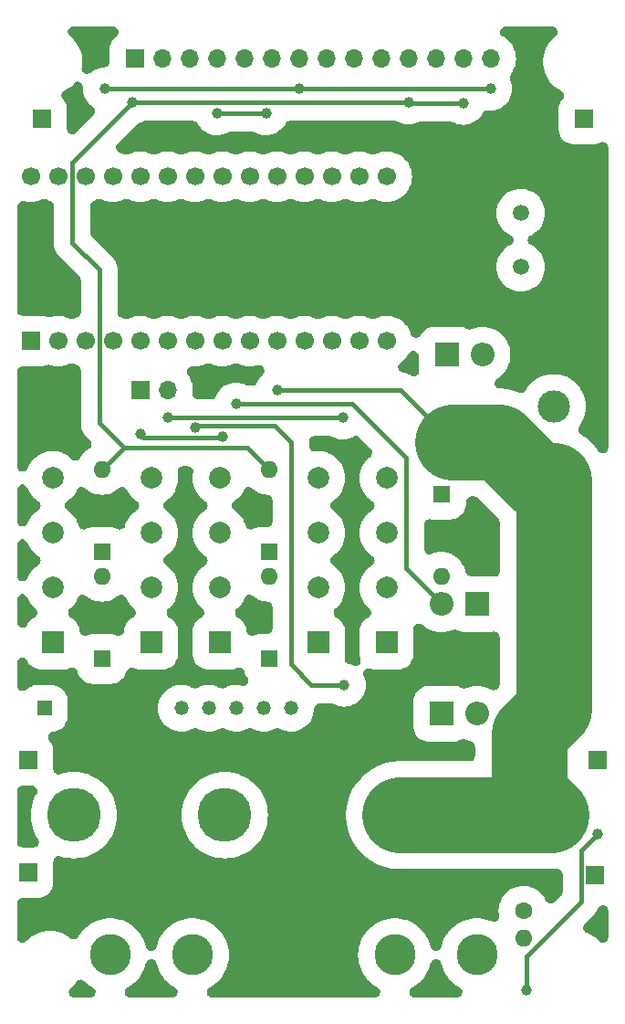
<source format=gbr>
%TF.GenerationSoftware,KiCad,Pcbnew,7.0.1*%
%TF.CreationDate,2023-03-20T12:44:14-07:00*%
%TF.ProjectId,Bluetooth Multimeter,426c7565-746f-46f7-9468-204d756c7469,rev?*%
%TF.SameCoordinates,Original*%
%TF.FileFunction,Copper,L1,Top*%
%TF.FilePolarity,Positive*%
%FSLAX46Y46*%
G04 Gerber Fmt 4.6, Leading zero omitted, Abs format (unit mm)*
G04 Created by KiCad (PCBNEW 7.0.1) date 2023-03-20 12:44:14*
%MOMM*%
%LPD*%
G01*
G04 APERTURE LIST*
%TA.AperFunction,ComponentPad*%
%ADD10C,1.600000*%
%TD*%
%TA.AperFunction,ComponentPad*%
%ADD11O,1.600000X1.600000*%
%TD*%
%TA.AperFunction,ComponentPad*%
%ADD12C,5.000000*%
%TD*%
%TA.AperFunction,ComponentPad*%
%ADD13C,3.810000*%
%TD*%
%TA.AperFunction,ComponentPad*%
%ADD14R,1.320000X1.320000*%
%TD*%
%TA.AperFunction,ComponentPad*%
%ADD15C,1.320000*%
%TD*%
%TA.AperFunction,ComponentPad*%
%ADD16R,2.000000X2.000000*%
%TD*%
%TA.AperFunction,ComponentPad*%
%ADD17C,2.000000*%
%TD*%
%TA.AperFunction,ComponentPad*%
%ADD18R,1.600000X1.600000*%
%TD*%
%TA.AperFunction,ComponentPad*%
%ADD19R,1.700000X1.700000*%
%TD*%
%TA.AperFunction,ComponentPad*%
%ADD20R,2.200000X2.200000*%
%TD*%
%TA.AperFunction,ComponentPad*%
%ADD21O,2.200000X2.200000*%
%TD*%
%TA.AperFunction,ComponentPad*%
%ADD22C,3.000000*%
%TD*%
%TA.AperFunction,ComponentPad*%
%ADD23O,1.700000X1.700000*%
%TD*%
%TA.AperFunction,ComponentPad*%
%ADD24C,1.500000*%
%TD*%
%TA.AperFunction,ComponentPad*%
%ADD25C,1.700000*%
%TD*%
%TA.AperFunction,ViaPad*%
%ADD26C,1.000000*%
%TD*%
%TA.AperFunction,Conductor*%
%ADD27C,0.400000*%
%TD*%
%TA.AperFunction,Conductor*%
%ADD28C,7.000000*%
%TD*%
G04 APERTURE END LIST*
D10*
%TO.P,R1,1*%
%TO.N,/Input Common*%
X167386000Y-135353000D03*
D11*
%TO.P,R1,2*%
%TO.N,/mA ADC In*%
X167386000Y-137893000D03*
%TD*%
D12*
%TO.P,F2,1*%
%TO.N,/A In*%
X125679200Y-126492000D03*
%TO.P,F2,2*%
X139674600Y-126492000D03*
%TO.P,F2,3*%
%TO.N,/A ADC In*%
X155930600Y-126492000D03*
%TO.P,F2,4*%
X169926000Y-126492000D03*
%TD*%
D13*
%TO.P,F1,1*%
%TO.N,/mA In*%
X129032000Y-139446000D03*
%TO.P,F1,2*%
X136652000Y-139446000D03*
%TO.P,F1,3*%
%TO.N,/mA ADC In*%
X155448000Y-139446000D03*
%TO.P,F1,4*%
X163068000Y-139446000D03*
%TD*%
D14*
%TO.P,RN1,1,9M*%
%TO.N,unconnected-(RN1-9M-Pad1)*%
X122936000Y-116586000D03*
D15*
%TO.P,RN1,2,900k*%
%TO.N,/V{slash}Ohm In*%
X135636000Y-116586000D03*
%TO.P,RN1,3,90k*%
%TO.N,Net-(K2-COM)*%
X138176000Y-116586000D03*
%TO.P,RN1,4,9k*%
%TO.N,Net-(K3-COM)*%
X140716000Y-116586000D03*
%TO.P,RN1,5,1k*%
%TO.N,Net-(K4-COM)*%
X143256000Y-116586000D03*
%TO.P,RN1,6,COM*%
%TO.N,/Ohm Vout*%
X145796000Y-116586000D03*
%TD*%
D16*
%TO.P,K3,1,COM*%
%TO.N,Net-(K3-COM)*%
X139192000Y-110490000D03*
D17*
%TO.P,K3,3,K*%
%TO.N,/High Range Control*%
X139192000Y-105410000D03*
%TO.P,K3,5,A*%
%TO.N,GND*%
X139192000Y-100330000D03*
%TO.P,K3,7,NO*%
%TO.N,/V{slash}Ohm ADC In*%
X139192000Y-95250000D03*
%TD*%
D18*
%TO.P,D6,1,K*%
%TO.N,/Med Range Control*%
X128270000Y-102108000D03*
D11*
%TO.P,D6,2,A*%
%TO.N,GND*%
X128270000Y-94488000D03*
%TD*%
D19*
%TO.P,J4,1,Pin_1*%
%TO.N,/A In*%
X121412000Y-121412000D03*
%TD*%
D20*
%TO.P,D2,1,K*%
%TO.N,/mA ADC In*%
X163068000Y-106934000D03*
D21*
%TO.P,D2,2,A*%
%TO.N,/Input Common*%
X163068000Y-117094000D03*
%TD*%
D19*
%TO.P,J7,1,Pin_1*%
%TO.N,GND*%
X172974000Y-61976000D03*
%TD*%
D18*
%TO.P,D9,1,K*%
%TO.N,/V{slash}Ohm Control*%
X159766000Y-96774000D03*
D11*
%TO.P,D9,2,A*%
%TO.N,GND*%
X159766000Y-104394000D03*
%TD*%
D16*
%TO.P,K5,1,COM*%
%TO.N,/Ohm Vout*%
X154686000Y-110490000D03*
D17*
%TO.P,K5,3,K*%
%TO.N,/V{slash}Ohm Control*%
X154686000Y-105410000D03*
%TO.P,K5,5,A*%
%TO.N,GND*%
X154686000Y-100330000D03*
%TO.P,K5,7,NO*%
%TO.N,/Input Common*%
X154686000Y-95250000D03*
%TD*%
D20*
%TO.P,D1,1,K*%
%TO.N,/Input Common*%
X159766000Y-117094000D03*
D21*
%TO.P,D1,2,A*%
%TO.N,/mA ADC In*%
X159766000Y-106934000D03*
%TD*%
D19*
%TO.P,J3,1,Pin_1*%
%TO.N,/mA In*%
X121412000Y-131826000D03*
%TD*%
D22*
%TO.P,R2,1*%
%TO.N,/A ADC In*%
X170180000Y-116616000D03*
%TO.P,R2,2*%
%TO.N,/Input Common*%
X170180000Y-88616000D03*
%TD*%
D19*
%TO.P,J1,1,Pin_1*%
%TO.N,/V{slash}Ohm In*%
X174244000Y-121412000D03*
%TD*%
%TO.P,J2,1,Pin_1*%
%TO.N,/Input Common*%
X173990000Y-132080000D03*
%TD*%
%TO.P,J6,1,Pin_1*%
%TO.N,+3.3V*%
X122682000Y-61976000D03*
%TD*%
D18*
%TO.P,D8,1,K*%
%TO.N,/UH Range Control*%
X143764000Y-102108000D03*
D11*
%TO.P,D8,2,A*%
%TO.N,GND*%
X143764000Y-94488000D03*
%TD*%
D18*
%TO.P,D7,1,K*%
%TO.N,/High Range Control*%
X143764000Y-112014000D03*
D11*
%TO.P,D7,2,A*%
%TO.N,GND*%
X143764000Y-104394000D03*
%TD*%
D16*
%TO.P,K1,1,COM*%
%TO.N,/V{slash}Ohm In*%
X123698000Y-110490000D03*
D17*
%TO.P,K1,3,K*%
%TO.N,/Low Range Control*%
X123698000Y-105410000D03*
%TO.P,K1,5,A*%
%TO.N,GND*%
X123698000Y-100330000D03*
%TO.P,K1,7,NO*%
%TO.N,/V{slash}Ohm ADC In*%
X123698000Y-95250000D03*
%TD*%
D19*
%TO.P,J5,1,Pin_1*%
%TO.N,/V{slash}Ohm ADC In*%
X131821000Y-87122000D03*
D23*
%TO.P,J5,2,Pin_2*%
%TO.N,/Input Common*%
X134361000Y-87122000D03*
%TD*%
D19*
%TO.P,DS1,1,T_IRQ*%
%TO.N,/TOUCH IRQ*%
X131318000Y-56388000D03*
D23*
%TO.P,DS1,2,T_DO(MISO)*%
%TO.N,/MISO*%
X133858000Y-56388000D03*
%TO.P,DS1,3,T_DIN(MOSI)*%
%TO.N,/MOSI*%
X136398000Y-56388000D03*
%TO.P,DS1,4,T_CS*%
%TO.N,/TOUCH CS*%
X138938000Y-56388000D03*
%TO.P,DS1,5,T_CLK(SCK)*%
%TO.N,/SCK*%
X141478000Y-56388000D03*
%TO.P,DS1,6,SDO(MISO)*%
%TO.N,/MISO*%
X144018000Y-56388000D03*
%TO.P,DS1,7,LED*%
%TO.N,+3.3V*%
X146558000Y-56388000D03*
%TO.P,DS1,8,SCK*%
%TO.N,/SCK*%
X149098000Y-56388000D03*
%TO.P,DS1,9,SDI(MOSI)*%
%TO.N,/MOSI*%
X151638000Y-56388000D03*
%TO.P,DS1,10,DC*%
%TO.N,/TFT DC*%
X154178000Y-56388000D03*
%TO.P,DS1,11,RESET*%
%TO.N,GND*%
X156718000Y-56388000D03*
%TO.P,DS1,12,CS*%
%TO.N,/TFT CS*%
X159258000Y-56388000D03*
%TO.P,DS1,13,GND*%
%TO.N,GND*%
X161798000Y-56388000D03*
%TO.P,DS1,14,VCC*%
%TO.N,+3.3V*%
X164338000Y-56388000D03*
%TD*%
D20*
%TO.P,D4,1,K*%
%TO.N,/A ADC In*%
X163576000Y-93980000D03*
D21*
%TO.P,D4,2,A*%
%TO.N,/Input Common*%
X163576000Y-83820000D03*
%TD*%
D24*
%TO.P,LS1,1*%
%TO.N,/Speaker Control*%
X167132000Y-75692000D03*
%TO.P,LS1,2*%
%TO.N,GND*%
X167132000Y-70692000D03*
%TD*%
D18*
%TO.P,D5,1,K*%
%TO.N,/Low Range Control*%
X128270000Y-112014000D03*
D11*
%TO.P,D5,2,A*%
%TO.N,GND*%
X128270000Y-104394000D03*
%TD*%
D19*
%TO.P,U1,1,Reset*%
%TO.N,unconnected-(U1-Reset-Pad1)*%
X121666000Y-82550000D03*
D25*
%TO.P,U1,2,3.3V*%
%TO.N,+3.3V*%
X124206000Y-82550000D03*
%TO.P,U1,3,Enable*%
%TO.N,unconnected-(U1-Enable-Pad3)*%
X126746000Y-82550000D03*
%TO.P,U1,4,VHI*%
%TO.N,unconnected-(U1-VHI-Pad4)*%
X129286000Y-82550000D03*
%TO.P,U1,5,A0/14*%
%TO.N,/V{slash}Ohm ADC In*%
X131826000Y-82550000D03*
%TO.P,U1,6,A1/15*%
%TO.N,/Input Common*%
X134366000Y-82550000D03*
%TO.P,U1,7,A2/16*%
%TO.N,/Ohm Vout*%
X136906000Y-82550000D03*
%TO.P,U1,8,A3/17*%
%TO.N,/mA ADC In*%
X139446000Y-82550000D03*
%TO.P,U1,9,A4/18*%
%TO.N,/A ADC In*%
X141986000Y-82550000D03*
%TO.P,U1,10,A5/19*%
%TO.N,/Speaker Control*%
X144526000Y-82550000D03*
%TO.P,U1,11,SCK/25*%
%TO.N,/SCK*%
X147066000Y-82550000D03*
%TO.P,U1,12,MOSI/24*%
%TO.N,/MOSI*%
X149606000Y-82550000D03*
%TO.P,U1,13,MISO/23*%
%TO.N,/MISO*%
X152146000Y-82550000D03*
%TO.P,U1,14,D2/2*%
%TO.N,/TFT CS*%
X154686000Y-82550000D03*
%TO.P,U1,15,RX/0*%
%TO.N,unconnected-(U1-RX{slash}0-Pad15)*%
X154686000Y-67310000D03*
%TO.P,U1,16,TX/1*%
%TO.N,unconnected-(U1-TX{slash}1-Pad16)*%
X152146000Y-67310000D03*
%TO.P,U1,17,SDA/21*%
%TO.N,/TFT DC*%
X149606000Y-67310000D03*
%TO.P,U1,18,SCL/22*%
%TO.N,/TOUCH CS*%
X147066000Y-67310000D03*
%TO.P,U1,19,D5/5!*%
%TO.N,unconnected-(U1-D5{slash}5!-Pad19)*%
X144526000Y-67310000D03*
%TO.P,U1,20,D7/7*%
%TO.N,/TOUCH IRQ*%
X141986000Y-67310000D03*
%TO.P,U1,21,D9/9*%
%TO.N,/V{slash}Ohm Control*%
X139446000Y-67310000D03*
%TO.P,U1,22,D10/10*%
%TO.N,/UH Range Control*%
X136906000Y-67310000D03*
%TO.P,U1,23,D11/11*%
%TO.N,/High Range Control*%
X134366000Y-67310000D03*
%TO.P,U1,24,D12/12*%
%TO.N,/Med Range Control*%
X131826000Y-67310000D03*
%TO.P,U1,25,D13/13*%
%TO.N,/Low Range Control*%
X129286000Y-67310000D03*
%TO.P,U1,26,VBUS*%
%TO.N,unconnected-(U1-VBUS-Pad26)*%
X126746000Y-67310000D03*
%TO.P,U1,27,GND*%
%TO.N,GND*%
X124206000Y-67310000D03*
%TO.P,U1,28,VBAT*%
%TO.N,unconnected-(U1-VBAT-Pad28)*%
X121666000Y-67310000D03*
%TD*%
D16*
%TO.P,K2,1,COM*%
%TO.N,Net-(K2-COM)*%
X132842000Y-110490000D03*
D17*
%TO.P,K2,3,K*%
%TO.N,/Med Range Control*%
X132842000Y-105410000D03*
%TO.P,K2,5,A*%
%TO.N,GND*%
X132842000Y-100330000D03*
%TO.P,K2,7,NO*%
%TO.N,/V{slash}Ohm ADC In*%
X132842000Y-95250000D03*
%TD*%
D16*
%TO.P,K4,1,COM*%
%TO.N,Net-(K4-COM)*%
X148336000Y-110490000D03*
D17*
%TO.P,K4,3,K*%
%TO.N,/UH Range Control*%
X148336000Y-105410000D03*
%TO.P,K4,5,A*%
%TO.N,GND*%
X148336000Y-100330000D03*
%TO.P,K4,7,NO*%
%TO.N,/V{slash}Ohm ADC In*%
X148336000Y-95250000D03*
%TD*%
D20*
%TO.P,D3,1,K*%
%TO.N,/Input Common*%
X160274000Y-83820000D03*
D21*
%TO.P,D3,2,A*%
%TO.N,/A ADC In*%
X160274000Y-93980000D03*
%TD*%
D26*
%TO.N,/V{slash}Ohm In*%
X174244000Y-128270000D03*
X167640000Y-142748000D03*
%TO.N,+3.3V*%
X164338000Y-59182000D03*
X146558000Y-59182000D03*
X128524000Y-59182000D03*
%TO.N,GND*%
X156718000Y-60452000D03*
X161798000Y-60492000D03*
X131064000Y-60452000D03*
%TO.N,/Input Common*%
X150622000Y-89660957D03*
X134361000Y-89657000D03*
%TO.N,/mA ADC In*%
X140716000Y-88392000D03*
%TO.N,/A ADC In*%
X144526000Y-87122000D03*
%TO.N,/MISO*%
X143510000Y-61468000D03*
X138938000Y-61468000D03*
%TO.N,/V{slash}Ohm ADC In*%
X131821000Y-91186000D03*
X139446000Y-91440000D03*
%TO.N,/Ohm Vout*%
X136892500Y-90561500D03*
X150749000Y-114427000D03*
%TD*%
D27*
%TO.N,/Ohm Vout*%
X144272000Y-90424000D02*
X137030000Y-90424000D01*
X145796000Y-91948000D02*
X144272000Y-90424000D01*
X145796000Y-112522000D02*
X145796000Y-91948000D01*
X150749000Y-114427000D02*
X147701000Y-114427000D01*
X147701000Y-114427000D02*
X145796000Y-112522000D01*
X137030000Y-90424000D02*
X136892500Y-90561500D01*
%TO.N,/V{slash}Ohm In*%
X172720000Y-134493000D02*
X172720000Y-129794000D01*
X167640000Y-142748000D02*
X167640000Y-139573000D01*
X167640000Y-139573000D02*
X172720000Y-134493000D01*
X172720000Y-129794000D02*
X174244000Y-128270000D01*
D28*
%TO.N,/A ADC In*%
X167894000Y-124460000D02*
X169926000Y-126492000D01*
X167894000Y-118902000D02*
X167894000Y-124460000D01*
X170180000Y-116616000D02*
X167894000Y-118902000D01*
X155930600Y-126492000D02*
X169926000Y-126492000D01*
D27*
%TO.N,+3.3V*%
X146558000Y-59182000D02*
X128524000Y-59182000D01*
X164338000Y-59182000D02*
X146558000Y-59182000D01*
%TO.N,GND*%
X141732000Y-92456000D02*
X143764000Y-94488000D01*
X128270000Y-94488000D02*
X130302000Y-92456000D01*
X130302000Y-92456000D02*
X141732000Y-92456000D01*
X131064000Y-60452000D02*
X156718000Y-60452000D01*
X128016000Y-90170000D02*
X128016000Y-75946000D01*
X125496000Y-66020000D02*
X131064000Y-60452000D01*
X156758000Y-60492000D02*
X156718000Y-60452000D01*
X128016000Y-75946000D02*
X125496000Y-73426000D01*
X161798000Y-60492000D02*
X156758000Y-60492000D01*
X125496000Y-73426000D02*
X125496000Y-66020000D01*
X130302000Y-92456000D02*
X128016000Y-90170000D01*
%TO.N,/Input Common*%
X150622000Y-89660957D02*
X150620957Y-89662000D01*
X150620957Y-89662000D02*
X134366000Y-89662000D01*
X134366000Y-89662000D02*
X134361000Y-89657000D01*
%TO.N,/mA ADC In*%
X159766000Y-106934000D02*
X156464000Y-103632000D01*
X151499371Y-88392000D02*
X140716000Y-88392000D01*
X156464000Y-93356629D02*
X151499371Y-88392000D01*
X156464000Y-103632000D02*
X156464000Y-93356629D01*
D28*
%TO.N,/A ADC In*%
X168656000Y-95504000D02*
X165100000Y-91948000D01*
D27*
X144526000Y-87122000D02*
X155956000Y-87122000D01*
D28*
X170180000Y-95504000D02*
X168656000Y-95504000D01*
X165100000Y-91948000D02*
X160782000Y-91948000D01*
D27*
X155956000Y-87122000D02*
X160782000Y-91948000D01*
D28*
X170180000Y-116616000D02*
X170180000Y-95504000D01*
D27*
%TO.N,/MISO*%
X138938000Y-61468000D02*
X143510000Y-61468000D01*
%TO.N,/V{slash}Ohm ADC In*%
X132096500Y-91461500D02*
X131821000Y-91186000D01*
X139446000Y-91440000D02*
X139424500Y-91461500D01*
X139424500Y-91461500D02*
X132096500Y-91461500D01*
%TD*%
%TA.AperFunction,NonConductor*%
G36*
X129460231Y-53405325D02*
G01*
X129580053Y-53454667D01*
X129683129Y-53533198D01*
X129762510Y-53635621D01*
X129812840Y-53755031D01*
X129830728Y-53883373D01*
X129814966Y-54011994D01*
X129766617Y-54132220D01*
X129688941Y-54235942D01*
X129612580Y-54296141D01*
X129593108Y-54312632D01*
X129593106Y-54312634D01*
X129403350Y-54473350D01*
X129242634Y-54663106D01*
X129242632Y-54663108D01*
X129242632Y-54663109D01*
X129115345Y-54876724D01*
X129115343Y-54876727D01*
X129115344Y-54876727D01*
X129024950Y-55108386D01*
X128973919Y-55351763D01*
X128973919Y-55351767D01*
X128967500Y-55455158D01*
X128967500Y-56680084D01*
X128952000Y-56803490D01*
X128906462Y-56919229D01*
X128833715Y-57020111D01*
X128738280Y-57099869D01*
X128626084Y-57153548D01*
X128504099Y-57177813D01*
X128238567Y-57196804D01*
X127958957Y-57257629D01*
X127690835Y-57357634D01*
X127439684Y-57494773D01*
X127187261Y-57683735D01*
X127069043Y-57749351D01*
X126937550Y-57780821D01*
X126802435Y-57775836D01*
X126673619Y-57734761D01*
X126560557Y-57660612D01*
X126471552Y-57558833D01*
X126413138Y-57436896D01*
X126389603Y-57303753D01*
X126402673Y-57169186D01*
X126403923Y-57163914D01*
X126444500Y-56816759D01*
X126444500Y-56467241D01*
X126403923Y-56120086D01*
X126323319Y-55779989D01*
X126203777Y-55451549D01*
X126046913Y-55139207D01*
X125854849Y-54847189D01*
X125700388Y-54663109D01*
X125630183Y-54579441D01*
X125422852Y-54383835D01*
X125375953Y-54339588D01*
X125306332Y-54287757D01*
X125207944Y-54190633D01*
X125139980Y-54070235D01*
X125107661Y-53935810D01*
X125113468Y-53797676D01*
X125156956Y-53666437D01*
X125234785Y-53552169D01*
X125340982Y-53463642D01*
X125467394Y-53407653D01*
X125604317Y-53388500D01*
X129331745Y-53388500D01*
X129460231Y-53405325D01*
G37*
%TD.AperFunction*%
%TA.AperFunction,NonConductor*%
G36*
X126151950Y-58519222D02*
G01*
X126280772Y-58571387D01*
X126390209Y-58657058D01*
X126471772Y-58769590D01*
X126519135Y-58900253D01*
X126528623Y-59038911D01*
X126518389Y-59181998D01*
X126538804Y-59467432D01*
X126599629Y-59747042D01*
X126699634Y-60015164D01*
X126836771Y-60266311D01*
X126836774Y-60266315D01*
X127008261Y-60495395D01*
X127210605Y-60697739D01*
X127437453Y-60867555D01*
X127537882Y-60967985D01*
X127605950Y-61092642D01*
X127636141Y-61231426D01*
X127626008Y-61373094D01*
X127576374Y-61506169D01*
X127491258Y-61619870D01*
X125884346Y-63226783D01*
X125781000Y-63306084D01*
X125660651Y-63355934D01*
X125531500Y-63372937D01*
X125402349Y-63355934D01*
X125282000Y-63306084D01*
X125178654Y-63226783D01*
X125099353Y-63123437D01*
X125049503Y-63003088D01*
X125032500Y-62873937D01*
X125032500Y-61043158D01*
X125032499Y-61043157D01*
X125026081Y-60939763D01*
X124975050Y-60696386D01*
X124884656Y-60464727D01*
X124757366Y-60251106D01*
X124629454Y-60100082D01*
X124557940Y-59988364D01*
X124518385Y-59861742D01*
X124513591Y-59729173D01*
X124543896Y-59600025D01*
X124607159Y-59483426D01*
X124698908Y-59387616D01*
X124769406Y-59345316D01*
X124767734Y-59342420D01*
X124792897Y-59327891D01*
X124792904Y-59327889D01*
X125095596Y-59153130D01*
X125375953Y-58944412D01*
X125630183Y-58704558D01*
X125648637Y-58682565D01*
X125751925Y-58589579D01*
X125876857Y-58528685D01*
X126013738Y-58504610D01*
X126151950Y-58519222D01*
G37*
%TD.AperFunction*%
%TA.AperFunction,NonConductor*%
G36*
X123049312Y-69374891D02*
G01*
X123156697Y-69413314D01*
X123304573Y-69486238D01*
X123428089Y-69528166D01*
X123456899Y-69537946D01*
X123568276Y-69591968D01*
X123662927Y-69671743D01*
X123735030Y-69772362D01*
X123780146Y-69887634D01*
X123795500Y-70010464D01*
X123795500Y-73278310D01*
X123793055Y-73314720D01*
X123795408Y-73437487D01*
X123795500Y-73447047D01*
X123795500Y-73491185D01*
X123795651Y-73493153D01*
X123797022Y-73521774D01*
X123798312Y-73589100D01*
X123802628Y-73613889D01*
X123808558Y-73661268D01*
X123810484Y-73686345D01*
X123825827Y-73751911D01*
X123831555Y-73780003D01*
X123843107Y-73846342D01*
X123851152Y-73870168D01*
X123864248Y-73916099D01*
X123869977Y-73940581D01*
X123895153Y-74003048D01*
X123905100Y-74029934D01*
X123926642Y-74093729D01*
X123938228Y-74116044D01*
X123958184Y-74159441D01*
X123967583Y-74182761D01*
X124002001Y-74240656D01*
X124015932Y-74265700D01*
X124043630Y-74319043D01*
X124046964Y-74325465D01*
X124061820Y-74345750D01*
X124088161Y-74385583D01*
X124101016Y-74407206D01*
X124143863Y-74459161D01*
X124161462Y-74481796D01*
X124201248Y-74536119D01*
X124219020Y-74553890D01*
X124251148Y-74589251D01*
X124267148Y-74608652D01*
X124317422Y-74653456D01*
X124338269Y-74673139D01*
X126169346Y-76504216D01*
X126248647Y-76607562D01*
X126298497Y-76727911D01*
X126315500Y-76857062D01*
X126315500Y-79856325D01*
X126300146Y-79979155D01*
X126255030Y-80094427D01*
X126182927Y-80195046D01*
X126088276Y-80274821D01*
X125976900Y-80328843D01*
X125844569Y-80373763D01*
X125696701Y-80446684D01*
X125589311Y-80485109D01*
X125476000Y-80498144D01*
X125362689Y-80485109D01*
X125255299Y-80446684D01*
X125107426Y-80373761D01*
X124815662Y-80274721D01*
X124815661Y-80274720D01*
X124815659Y-80274720D01*
X124714472Y-80254592D01*
X124513459Y-80214608D01*
X124206000Y-80194457D01*
X123898540Y-80214608D01*
X123596336Y-80274721D01*
X123444991Y-80326096D01*
X123331507Y-80350368D01*
X123215485Y-80347769D01*
X123103207Y-80318443D01*
X122945614Y-80256950D01*
X122702237Y-80205919D01*
X122598842Y-80199500D01*
X120895000Y-80199500D01*
X120765849Y-80182497D01*
X120645500Y-80132647D01*
X120542154Y-80053346D01*
X120462853Y-79950000D01*
X120413003Y-79829651D01*
X120396000Y-79700500D01*
X120396000Y-70057478D01*
X120414232Y-69923826D01*
X120467594Y-69799941D01*
X120552189Y-69694875D01*
X120661833Y-69616304D01*
X120788515Y-69569972D01*
X120922979Y-69559263D01*
X121024260Y-69578917D01*
X121024264Y-69578899D01*
X121028216Y-69579685D01*
X121055398Y-69584960D01*
X121056341Y-69585280D01*
X121358540Y-69645391D01*
X121666000Y-69665543D01*
X121973460Y-69645391D01*
X122275659Y-69585280D01*
X122567427Y-69486238D01*
X122715302Y-69413314D01*
X122822688Y-69374891D01*
X122936000Y-69361855D01*
X123049312Y-69374891D01*
G37*
%TD.AperFunction*%
%TA.AperFunction,NonConductor*%
G36*
X157287811Y-83460480D02*
G01*
X157412602Y-83507915D01*
X157520351Y-83586739D01*
X157603344Y-83691310D01*
X157655641Y-83814142D01*
X157673500Y-83946445D01*
X157673500Y-85002842D01*
X157679919Y-85106237D01*
X157701978Y-85211443D01*
X157711910Y-85340043D01*
X157688544Y-85466899D01*
X157633442Y-85583527D01*
X157550286Y-85682135D01*
X157444633Y-85756133D01*
X157323541Y-85800577D01*
X157195103Y-85812496D01*
X157067901Y-85791095D01*
X156950435Y-85737804D01*
X156906536Y-85710555D01*
X156882615Y-85694737D01*
X156873088Y-85688036D01*
X156839902Y-85664693D01*
X156827542Y-85655999D01*
X156805006Y-85644841D01*
X156763267Y-85621623D01*
X156741903Y-85608362D01*
X156679945Y-85582000D01*
X156653896Y-85570022D01*
X156593547Y-85540141D01*
X156593446Y-85540109D01*
X156569574Y-85532554D01*
X156524769Y-85515975D01*
X156501638Y-85506133D01*
X156436373Y-85489536D01*
X156408811Y-85481678D01*
X156344605Y-85461359D01*
X156344603Y-85461358D01*
X156344601Y-85461358D01*
X156319754Y-85457520D01*
X156272969Y-85447981D01*
X156258186Y-85444222D01*
X156248583Y-85441780D01*
X156234045Y-85440383D01*
X156191037Y-85436251D01*
X156058896Y-85404994D01*
X155940071Y-85339268D01*
X155843366Y-85243941D01*
X155775940Y-85126072D01*
X155742789Y-84994390D01*
X155746366Y-84858646D01*
X155786406Y-84728892D01*
X155859945Y-84614737D01*
X155961530Y-84524639D01*
X156119964Y-84418778D01*
X156351620Y-84215620D01*
X156554778Y-83983964D01*
X156725960Y-83727772D01*
X156726962Y-83725739D01*
X156801493Y-83614983D01*
X156902725Y-83527949D01*
X157023410Y-83470869D01*
X157154909Y-83447830D01*
X157287811Y-83460480D01*
G37*
%TD.AperFunction*%
%TA.AperFunction,NonConductor*%
G36*
X140829310Y-84614890D02*
G01*
X140936701Y-84653316D01*
X141077011Y-84722509D01*
X141084573Y-84726238D01*
X141376341Y-84825280D01*
X141678540Y-84885391D01*
X141986000Y-84905543D01*
X142293460Y-84885391D01*
X142595659Y-84825280D01*
X142685465Y-84794794D01*
X142816481Y-84769180D01*
X142949605Y-84779218D01*
X143075304Y-84824193D01*
X143184580Y-84900886D01*
X143269610Y-85003807D01*
X143324310Y-85125589D01*
X143344763Y-85257515D01*
X143329506Y-85390143D01*
X143279630Y-85513979D01*
X143198706Y-85620159D01*
X143010264Y-85808601D01*
X142838771Y-86037688D01*
X142701634Y-86288835D01*
X142672524Y-86366883D01*
X142616896Y-86474157D01*
X142537113Y-86564914D01*
X142437853Y-86633832D01*
X142324937Y-86676868D01*
X142204986Y-86691500D01*
X141903369Y-86691500D01*
X141779963Y-86676000D01*
X141664223Y-86630462D01*
X141549161Y-86567633D01*
X141400918Y-86512341D01*
X141281042Y-86467629D01*
X141001432Y-86406804D01*
X140716000Y-86386389D01*
X140430567Y-86406804D01*
X140150957Y-86467629D01*
X139882835Y-86567634D01*
X139631688Y-86704771D01*
X139402602Y-86876263D01*
X139200263Y-87078602D01*
X139028771Y-87307688D01*
X138891634Y-87558835D01*
X138862524Y-87636883D01*
X138806896Y-87744157D01*
X138727113Y-87834914D01*
X138627853Y-87903832D01*
X138514937Y-87946868D01*
X138394986Y-87961500D01*
X137194297Y-87961500D01*
X137059896Y-87943060D01*
X136935429Y-87889101D01*
X136830095Y-87803613D01*
X136751679Y-87692913D01*
X136705976Y-87565183D01*
X136696365Y-87429865D01*
X136704372Y-87307688D01*
X136716543Y-87122000D01*
X136696391Y-86814540D01*
X136636280Y-86512341D01*
X136537238Y-86220573D01*
X136400960Y-85944229D01*
X136229778Y-85688036D01*
X136229774Y-85688032D01*
X136214180Y-85664693D01*
X136154005Y-85540109D01*
X136130351Y-85403790D01*
X136145038Y-85266217D01*
X136196937Y-85137964D01*
X136282058Y-85028892D01*
X136393857Y-84947385D01*
X136523739Y-84899710D01*
X136661719Y-84889532D01*
X136906000Y-84905543D01*
X137213460Y-84885391D01*
X137515659Y-84825280D01*
X137807427Y-84726238D01*
X137955300Y-84653315D01*
X138062686Y-84614891D01*
X138175998Y-84601855D01*
X138289310Y-84614890D01*
X138396701Y-84653316D01*
X138537011Y-84722509D01*
X138544573Y-84726238D01*
X138836341Y-84825280D01*
X139138540Y-84885391D01*
X139446000Y-84905543D01*
X139753460Y-84885391D01*
X140055659Y-84825280D01*
X140347427Y-84726238D01*
X140495300Y-84653315D01*
X140602686Y-84614891D01*
X140715998Y-84601855D01*
X140829310Y-84614890D01*
G37*
%TD.AperFunction*%
%TA.AperFunction,NonConductor*%
G36*
X170188606Y-53407653D02*
G01*
X170315018Y-53463642D01*
X170421215Y-53552169D01*
X170499044Y-53666437D01*
X170542532Y-53797676D01*
X170548339Y-53935810D01*
X170516020Y-54070235D01*
X170448056Y-54190633D01*
X170349667Y-54287757D01*
X170316253Y-54312634D01*
X170280042Y-54339592D01*
X170025816Y-54579441D01*
X169801152Y-54847187D01*
X169609085Y-55139208D01*
X169452224Y-55451546D01*
X169332681Y-55779987D01*
X169252076Y-56120089D01*
X169211500Y-56467242D01*
X169211500Y-56816758D01*
X169252076Y-57163910D01*
X169332681Y-57504012D01*
X169452224Y-57832453D01*
X169609085Y-58144791D01*
X169801152Y-58436812D01*
X170025816Y-58704558D01*
X170280047Y-58944413D01*
X170554335Y-59148611D01*
X170560404Y-59153130D01*
X170863096Y-59327889D01*
X170863101Y-59327891D01*
X170888266Y-59342420D01*
X170886593Y-59345316D01*
X170957108Y-59387629D01*
X171048851Y-59483440D01*
X171112108Y-59600038D01*
X171142409Y-59729183D01*
X171137613Y-59861748D01*
X171098058Y-59988366D01*
X171026542Y-60100085D01*
X170898634Y-60251106D01*
X170898632Y-60251108D01*
X170898632Y-60251109D01*
X170771345Y-60464724D01*
X170771343Y-60464727D01*
X170771344Y-60464727D01*
X170680950Y-60696386D01*
X170629919Y-60939763D01*
X170623500Y-61043158D01*
X170623500Y-62908842D01*
X170629919Y-63012237D01*
X170680950Y-63255614D01*
X170771344Y-63487273D01*
X170898634Y-63700894D01*
X171059350Y-63890650D01*
X171249106Y-64051366D01*
X171462727Y-64178656D01*
X171694386Y-64269050D01*
X171937763Y-64320081D01*
X172041158Y-64326500D01*
X173906842Y-64326500D01*
X174010237Y-64320081D01*
X174253614Y-64269050D01*
X174485273Y-64178656D01*
X174505573Y-64166559D01*
X174626046Y-64114825D01*
X174755842Y-64096256D01*
X174885994Y-64112137D01*
X175007516Y-64161373D01*
X175112018Y-64240564D01*
X175192284Y-64344241D01*
X175242774Y-64465248D01*
X175260000Y-64595229D01*
X175260000Y-92452898D01*
X175240670Y-92590441D01*
X175184176Y-92717328D01*
X175094896Y-92823728D01*
X174979746Y-92901397D01*
X174847649Y-92944317D01*
X174708839Y-92949164D01*
X174574070Y-92915562D01*
X174453783Y-92846114D01*
X174357301Y-92746203D01*
X174298034Y-92664629D01*
X174285282Y-92646222D01*
X174229569Y-92561820D01*
X174229567Y-92561817D01*
X174166483Y-92482712D01*
X174152948Y-92464935D01*
X174093489Y-92383097D01*
X174026935Y-92306920D01*
X174012613Y-92289766D01*
X173949529Y-92210661D01*
X173949527Y-92210659D01*
X173949520Y-92210650D01*
X173879634Y-92137555D01*
X173864527Y-92121028D01*
X173810585Y-92059287D01*
X173797979Y-92044858D01*
X173797974Y-92044853D01*
X173724873Y-91974961D01*
X173709036Y-91959125D01*
X173639145Y-91886024D01*
X173639142Y-91886021D01*
X173562958Y-91819461D01*
X173546445Y-91804367D01*
X173526080Y-91784896D01*
X173473339Y-91734471D01*
X173473334Y-91734467D01*
X173473332Y-91734465D01*
X173394266Y-91671411D01*
X173377081Y-91657065D01*
X173300900Y-91590508D01*
X173219080Y-91531062D01*
X173201269Y-91517501D01*
X173122186Y-91454435D01*
X173094075Y-91435879D01*
X173037756Y-91398703D01*
X173019361Y-91385959D01*
X173008406Y-91378000D01*
X172937537Y-91326510D01*
X172850721Y-91274640D01*
X172831758Y-91262725D01*
X172747337Y-91206999D01*
X172716784Y-91190558D01*
X172617152Y-91119981D01*
X172537642Y-91027323D01*
X172483014Y-90918129D01*
X172456537Y-90798938D01*
X172459799Y-90676885D01*
X172492602Y-90559278D01*
X172552980Y-90453162D01*
X172691130Y-90267596D01*
X172865889Y-89964904D01*
X173004326Y-89643971D01*
X173104569Y-89309136D01*
X173165262Y-88964927D01*
X173185585Y-88616000D01*
X173165262Y-88267073D01*
X173104569Y-87922864D01*
X173004326Y-87588029D01*
X172865889Y-87267096D01*
X172691130Y-86964404D01*
X172666080Y-86930756D01*
X172482413Y-86684047D01*
X172242558Y-86429816D01*
X171993188Y-86220571D01*
X171974811Y-86205151D01*
X171805053Y-86093499D01*
X171682791Y-86013085D01*
X171370453Y-85856224D01*
X171370452Y-85856223D01*
X171370451Y-85856223D01*
X171217564Y-85800577D01*
X171042012Y-85736681D01*
X170701910Y-85656076D01*
X170394619Y-85620159D01*
X170354759Y-85615500D01*
X170005241Y-85615500D01*
X169965381Y-85620159D01*
X169658089Y-85656076D01*
X169317987Y-85736681D01*
X168989546Y-85856224D01*
X168677208Y-86013085D01*
X168385187Y-86205152D01*
X168117441Y-86429816D01*
X167877586Y-86684047D01*
X167668868Y-86964406D01*
X167592188Y-87097219D01*
X167519856Y-87193457D01*
X167426579Y-87269570D01*
X167317788Y-87321128D01*
X167199815Y-87345130D01*
X167079527Y-87340178D01*
X166963925Y-87306562D01*
X166901843Y-87280027D01*
X166858821Y-87261639D01*
X166858818Y-87261638D01*
X166821351Y-87249463D01*
X166789796Y-87238022D01*
X166753236Y-87223357D01*
X166653666Y-87193457D01*
X166597220Y-87176507D01*
X166586561Y-87173175D01*
X166505925Y-87146975D01*
X166431658Y-87122845D01*
X166427956Y-87122000D01*
X166393246Y-87114077D01*
X166360787Y-87105509D01*
X166323054Y-87094178D01*
X166163452Y-87061499D01*
X166152554Y-87059140D01*
X166055821Y-87037062D01*
X165993771Y-87022900D01*
X165962011Y-87018598D01*
X165954728Y-87017611D01*
X165921640Y-87011989D01*
X165883040Y-87004086D01*
X165721171Y-86985847D01*
X165710066Y-86984469D01*
X165548691Y-86962610D01*
X165509341Y-86960843D01*
X165475866Y-86958209D01*
X165436717Y-86953798D01*
X165355553Y-86951976D01*
X165273899Y-86950143D01*
X165262719Y-86949767D01*
X165222336Y-86947954D01*
X165212223Y-86947500D01*
X165212222Y-86947500D01*
X165201040Y-86946998D01*
X165201123Y-86945141D01*
X165090999Y-86930756D01*
X164971422Y-86881648D01*
X164868471Y-86803472D01*
X164789056Y-86701473D01*
X164738507Y-86582497D01*
X164720215Y-86454529D01*
X164735409Y-86326157D01*
X164783069Y-86205994D01*
X164859996Y-86102107D01*
X164961027Y-86021465D01*
X164974886Y-86013087D01*
X165055952Y-85964081D01*
X165303602Y-85770060D01*
X165526060Y-85547602D01*
X165720081Y-85299952D01*
X165882837Y-85030721D01*
X166011954Y-84743835D01*
X166105549Y-84443478D01*
X166162258Y-84134029D01*
X166181253Y-83820000D01*
X166162258Y-83505971D01*
X166105549Y-83196522D01*
X166011954Y-82896165D01*
X165882837Y-82609279D01*
X165720081Y-82340048D01*
X165681173Y-82290386D01*
X165526058Y-82092395D01*
X165303604Y-81869941D01*
X165055954Y-81675920D01*
X164786718Y-81513161D01*
X164499834Y-81384045D01*
X164199476Y-81290450D01*
X163890033Y-81233742D01*
X163576000Y-81214747D01*
X163261966Y-81233742D01*
X162952523Y-81290450D01*
X162652161Y-81384047D01*
X162553665Y-81428376D01*
X162439598Y-81464020D01*
X162320327Y-81471520D01*
X162202693Y-81450446D01*
X162093445Y-81402006D01*
X162035273Y-81367344D01*
X161803614Y-81276950D01*
X161560237Y-81225919D01*
X161456842Y-81219500D01*
X159091158Y-81219500D01*
X158987763Y-81225919D01*
X158793061Y-81266743D01*
X158744385Y-81276950D01*
X158512724Y-81367345D01*
X158373263Y-81450446D01*
X158299106Y-81494634D01*
X158154443Y-81617158D01*
X158109350Y-81655350D01*
X157948633Y-81845107D01*
X157852592Y-82006286D01*
X157763622Y-82116377D01*
X157647320Y-82197056D01*
X157513042Y-82241833D01*
X157371593Y-82247103D01*
X157234355Y-82212444D01*
X157112371Y-82140644D01*
X157015455Y-82037480D01*
X156951406Y-81911253D01*
X156871521Y-81675920D01*
X156862238Y-81648573D01*
X156725960Y-81372229D01*
X156657911Y-81270386D01*
X156554780Y-81116038D01*
X156486979Y-81038727D01*
X156351620Y-80884380D01*
X156119964Y-80681222D01*
X155955999Y-80571664D01*
X155863774Y-80510041D01*
X155813217Y-80485109D01*
X155587427Y-80373762D01*
X155587423Y-80373760D01*
X155587422Y-80373760D01*
X155295662Y-80274721D01*
X155295661Y-80274720D01*
X155295659Y-80274720D01*
X155194472Y-80254592D01*
X154993459Y-80214608D01*
X154686000Y-80194457D01*
X154378540Y-80214608D01*
X154127614Y-80264521D01*
X154076341Y-80274720D01*
X154076339Y-80274720D01*
X154076337Y-80274721D01*
X153784573Y-80373761D01*
X153636701Y-80446684D01*
X153529311Y-80485109D01*
X153416000Y-80498144D01*
X153302689Y-80485109D01*
X153195299Y-80446684D01*
X153047426Y-80373761D01*
X152755662Y-80274721D01*
X152755661Y-80274720D01*
X152755659Y-80274720D01*
X152654472Y-80254592D01*
X152453459Y-80214608D01*
X152146000Y-80194457D01*
X151838540Y-80214608D01*
X151587614Y-80264521D01*
X151536341Y-80274720D01*
X151536339Y-80274720D01*
X151536337Y-80274721D01*
X151244573Y-80373761D01*
X151096701Y-80446684D01*
X150989311Y-80485109D01*
X150876000Y-80498144D01*
X150762689Y-80485109D01*
X150655299Y-80446684D01*
X150507426Y-80373761D01*
X150215662Y-80274721D01*
X150215661Y-80274720D01*
X150215659Y-80274720D01*
X150114472Y-80254592D01*
X149913459Y-80214608D01*
X149606000Y-80194457D01*
X149298540Y-80214608D01*
X149047614Y-80264521D01*
X148996341Y-80274720D01*
X148996339Y-80274720D01*
X148996337Y-80274721D01*
X148704573Y-80373761D01*
X148556701Y-80446684D01*
X148449311Y-80485109D01*
X148336000Y-80498144D01*
X148222689Y-80485109D01*
X148115299Y-80446684D01*
X147967426Y-80373761D01*
X147675662Y-80274721D01*
X147675661Y-80274720D01*
X147675659Y-80274720D01*
X147574472Y-80254592D01*
X147373459Y-80214608D01*
X147066000Y-80194457D01*
X146758540Y-80214608D01*
X146507614Y-80264521D01*
X146456341Y-80274720D01*
X146456339Y-80274720D01*
X146456337Y-80274721D01*
X146164573Y-80373761D01*
X146016701Y-80446684D01*
X145909311Y-80485109D01*
X145796000Y-80498144D01*
X145682689Y-80485109D01*
X145575299Y-80446684D01*
X145427426Y-80373761D01*
X145135662Y-80274721D01*
X145135661Y-80274720D01*
X145135659Y-80274720D01*
X145034472Y-80254592D01*
X144833459Y-80214608D01*
X144526000Y-80194457D01*
X144218540Y-80214608D01*
X143967614Y-80264521D01*
X143916341Y-80274720D01*
X143916339Y-80274720D01*
X143916337Y-80274721D01*
X143624573Y-80373761D01*
X143476701Y-80446684D01*
X143369311Y-80485109D01*
X143256000Y-80498144D01*
X143142689Y-80485109D01*
X143035299Y-80446684D01*
X142887426Y-80373761D01*
X142595662Y-80274721D01*
X142595661Y-80274720D01*
X142595659Y-80274720D01*
X142494472Y-80254592D01*
X142293459Y-80214608D01*
X141986000Y-80194457D01*
X141678540Y-80214608D01*
X141427614Y-80264521D01*
X141376341Y-80274720D01*
X141376339Y-80274720D01*
X141376337Y-80274721D01*
X141084573Y-80373761D01*
X140936701Y-80446684D01*
X140829311Y-80485109D01*
X140716000Y-80498144D01*
X140602689Y-80485109D01*
X140495299Y-80446684D01*
X140347426Y-80373761D01*
X140055662Y-80274721D01*
X140055661Y-80274720D01*
X140055659Y-80274720D01*
X139954472Y-80254592D01*
X139753459Y-80214608D01*
X139446000Y-80194457D01*
X139138540Y-80214608D01*
X138887614Y-80264521D01*
X138836341Y-80274720D01*
X138836339Y-80274720D01*
X138836337Y-80274721D01*
X138544573Y-80373761D01*
X138396701Y-80446684D01*
X138289311Y-80485109D01*
X138176000Y-80498144D01*
X138062689Y-80485109D01*
X137955299Y-80446684D01*
X137807426Y-80373761D01*
X137515662Y-80274721D01*
X137515661Y-80274720D01*
X137515659Y-80274720D01*
X137414472Y-80254592D01*
X137213459Y-80214608D01*
X136906000Y-80194457D01*
X136598540Y-80214608D01*
X136347614Y-80264521D01*
X136296341Y-80274720D01*
X136296339Y-80274720D01*
X136296337Y-80274721D01*
X136004573Y-80373761D01*
X135856701Y-80446684D01*
X135749311Y-80485109D01*
X135636000Y-80498144D01*
X135522689Y-80485109D01*
X135415299Y-80446684D01*
X135267426Y-80373761D01*
X134975662Y-80274721D01*
X134975661Y-80274720D01*
X134975659Y-80274720D01*
X134874472Y-80254592D01*
X134673459Y-80214608D01*
X134366000Y-80194457D01*
X134058540Y-80214608D01*
X133807614Y-80264521D01*
X133756341Y-80274720D01*
X133756339Y-80274720D01*
X133756337Y-80274721D01*
X133464573Y-80373761D01*
X133316701Y-80446684D01*
X133209311Y-80485109D01*
X133096000Y-80498144D01*
X132982689Y-80485109D01*
X132875299Y-80446684D01*
X132727426Y-80373761D01*
X132435662Y-80274721D01*
X132435661Y-80274720D01*
X132435659Y-80274720D01*
X132334472Y-80254592D01*
X132133459Y-80214608D01*
X131826000Y-80194457D01*
X131518540Y-80214608D01*
X131267614Y-80264521D01*
X131216341Y-80274720D01*
X131216339Y-80274720D01*
X131216337Y-80274721D01*
X130924573Y-80373761D01*
X130776701Y-80446684D01*
X130669311Y-80485109D01*
X130556000Y-80498144D01*
X130442689Y-80485109D01*
X130335299Y-80446684D01*
X130187430Y-80373763D01*
X130055100Y-80328843D01*
X129943724Y-80274821D01*
X129849073Y-80195046D01*
X129776970Y-80094427D01*
X129731854Y-79979155D01*
X129716500Y-79856325D01*
X129716500Y-76093690D01*
X129718944Y-76057279D01*
X129716592Y-75934513D01*
X129716500Y-75924953D01*
X129716500Y-75880829D01*
X129716351Y-75878890D01*
X129714976Y-75850219D01*
X129713687Y-75782896D01*
X129709371Y-75758112D01*
X129703440Y-75710727D01*
X129702003Y-75691999D01*
X164876671Y-75691999D01*
X164895966Y-75986381D01*
X164917311Y-76093690D01*
X164953519Y-76275722D01*
X165048348Y-76555077D01*
X165178828Y-76819665D01*
X165342727Y-77064957D01*
X165342729Y-77064959D01*
X165537241Y-77286758D01*
X165693346Y-77423658D01*
X165759043Y-77481273D01*
X166004335Y-77645172D01*
X166268923Y-77775652D01*
X166548278Y-77870481D01*
X166837620Y-77928034D01*
X167132000Y-77947329D01*
X167426380Y-77928034D01*
X167715722Y-77870481D01*
X167995077Y-77775652D01*
X168259665Y-77645172D01*
X168504957Y-77481273D01*
X168726758Y-77286758D01*
X168921273Y-77064957D01*
X169085172Y-76819665D01*
X169215652Y-76555077D01*
X169310481Y-76275722D01*
X169368034Y-75986380D01*
X169387329Y-75692000D01*
X169368034Y-75397620D01*
X169310481Y-75108278D01*
X169215652Y-74828923D01*
X169085172Y-74564336D01*
X168980183Y-74407208D01*
X168921275Y-74319045D01*
X168726754Y-74097238D01*
X168504959Y-73902729D01*
X168504960Y-73902729D01*
X168504957Y-73902727D01*
X168259665Y-73738828D01*
X168259663Y-73738827D01*
X168058326Y-73639538D01*
X167943920Y-73561733D01*
X167855276Y-73455504D01*
X167799209Y-73329017D01*
X167780029Y-73191997D01*
X167799210Y-73054977D01*
X167855278Y-72928491D01*
X167943923Y-72822263D01*
X168058320Y-72744464D01*
X168259665Y-72645172D01*
X168504957Y-72481273D01*
X168726758Y-72286758D01*
X168921273Y-72064957D01*
X169085172Y-71819665D01*
X169215652Y-71555077D01*
X169310481Y-71275722D01*
X169368034Y-70986380D01*
X169387329Y-70692000D01*
X169368034Y-70397620D01*
X169310481Y-70108278D01*
X169215652Y-69828923D01*
X169085172Y-69564336D01*
X169058465Y-69524366D01*
X168921275Y-69319045D01*
X168726754Y-69097238D01*
X168504959Y-68902729D01*
X168504960Y-68902729D01*
X168504957Y-68902727D01*
X168267349Y-68743962D01*
X168259667Y-68738829D01*
X168259663Y-68738827D01*
X167995077Y-68608348D01*
X167715722Y-68513519D01*
X167586282Y-68487772D01*
X167426381Y-68455966D01*
X167132000Y-68436671D01*
X166837618Y-68455966D01*
X166548277Y-68513519D01*
X166268919Y-68608349D01*
X166004336Y-68738827D01*
X165759045Y-68902724D01*
X165537242Y-69097242D01*
X165342724Y-69319045D01*
X165178827Y-69564336D01*
X165048349Y-69828919D01*
X164970763Y-70057478D01*
X164953519Y-70108278D01*
X164895966Y-70397620D01*
X164876671Y-70692000D01*
X164895966Y-70986380D01*
X164953519Y-71275722D01*
X165048348Y-71555077D01*
X165178828Y-71819665D01*
X165342727Y-72064957D01*
X165342729Y-72064959D01*
X165537241Y-72286758D01*
X165693346Y-72423658D01*
X165759043Y-72481273D01*
X166002714Y-72644089D01*
X166004338Y-72645174D01*
X166205672Y-72744461D01*
X166320078Y-72822265D01*
X166408722Y-72928494D01*
X166464789Y-73054980D01*
X166483970Y-73192000D01*
X166464790Y-73329019D01*
X166408722Y-73455505D01*
X166320079Y-73561734D01*
X166205673Y-73639539D01*
X166004334Y-73738828D01*
X165759045Y-73902724D01*
X165537242Y-74097242D01*
X165342724Y-74319045D01*
X165178827Y-74564336D01*
X165048349Y-74828919D01*
X164953519Y-75108277D01*
X164895966Y-75397618D01*
X164876671Y-75691999D01*
X129702003Y-75691999D01*
X129701516Y-75685656D01*
X129686163Y-75620049D01*
X129680443Y-75591991D01*
X129668892Y-75525658D01*
X129660852Y-75501849D01*
X129647748Y-75455890D01*
X129642021Y-75431415D01*
X129642021Y-75431414D01*
X129616840Y-75368936D01*
X129606900Y-75342072D01*
X129585357Y-75278270D01*
X129573768Y-75255949D01*
X129553811Y-75212550D01*
X129544414Y-75189234D01*
X129544413Y-75189233D01*
X129509994Y-75131338D01*
X129496078Y-75106321D01*
X129465036Y-75046535D01*
X129450176Y-75026246D01*
X129423835Y-74986410D01*
X129410984Y-74964794D01*
X129368140Y-74912843D01*
X129350538Y-74890204D01*
X129310750Y-74835879D01*
X129292973Y-74818102D01*
X129260846Y-74782741D01*
X129244854Y-74763349D01*
X129194576Y-74718542D01*
X129173728Y-74698858D01*
X127342654Y-72867784D01*
X127263353Y-72764438D01*
X127213503Y-72644089D01*
X127196500Y-72514938D01*
X127196500Y-69996885D01*
X127211854Y-69874054D01*
X127256971Y-69758782D01*
X127329074Y-69658163D01*
X127423726Y-69578388D01*
X127535096Y-69524369D01*
X127647427Y-69486238D01*
X127795302Y-69413314D01*
X127902688Y-69374891D01*
X128016000Y-69361855D01*
X128129312Y-69374891D01*
X128236697Y-69413314D01*
X128384573Y-69486238D01*
X128676341Y-69585280D01*
X128978540Y-69645391D01*
X129286000Y-69665543D01*
X129593460Y-69645391D01*
X129895659Y-69585280D01*
X130187427Y-69486238D01*
X130335302Y-69413314D01*
X130442688Y-69374891D01*
X130556000Y-69361855D01*
X130669312Y-69374891D01*
X130776697Y-69413314D01*
X130924573Y-69486238D01*
X131216341Y-69585280D01*
X131518540Y-69645391D01*
X131826000Y-69665543D01*
X132133460Y-69645391D01*
X132435659Y-69585280D01*
X132727427Y-69486238D01*
X132875302Y-69413314D01*
X132982688Y-69374891D01*
X133096000Y-69361855D01*
X133209312Y-69374891D01*
X133316697Y-69413314D01*
X133464573Y-69486238D01*
X133756341Y-69585280D01*
X134058540Y-69645391D01*
X134366000Y-69665543D01*
X134673460Y-69645391D01*
X134975659Y-69585280D01*
X135267427Y-69486238D01*
X135415302Y-69413314D01*
X135522688Y-69374891D01*
X135636000Y-69361855D01*
X135749312Y-69374891D01*
X135856697Y-69413314D01*
X136004573Y-69486238D01*
X136296341Y-69585280D01*
X136598540Y-69645391D01*
X136906000Y-69665543D01*
X137213460Y-69645391D01*
X137515659Y-69585280D01*
X137807427Y-69486238D01*
X137955302Y-69413314D01*
X138062688Y-69374891D01*
X138176000Y-69361855D01*
X138289312Y-69374891D01*
X138396697Y-69413314D01*
X138544573Y-69486238D01*
X138836341Y-69585280D01*
X139138540Y-69645391D01*
X139446000Y-69665543D01*
X139753460Y-69645391D01*
X140055659Y-69585280D01*
X140347427Y-69486238D01*
X140495302Y-69413314D01*
X140602688Y-69374891D01*
X140716000Y-69361855D01*
X140829312Y-69374891D01*
X140936697Y-69413314D01*
X141084573Y-69486238D01*
X141376341Y-69585280D01*
X141678540Y-69645391D01*
X141986000Y-69665543D01*
X142293460Y-69645391D01*
X142595659Y-69585280D01*
X142887427Y-69486238D01*
X143035302Y-69413314D01*
X143142688Y-69374891D01*
X143256000Y-69361855D01*
X143369312Y-69374891D01*
X143476697Y-69413314D01*
X143624573Y-69486238D01*
X143916341Y-69585280D01*
X144218540Y-69645391D01*
X144526000Y-69665543D01*
X144833460Y-69645391D01*
X145135659Y-69585280D01*
X145427427Y-69486238D01*
X145575302Y-69413314D01*
X145682688Y-69374891D01*
X145796000Y-69361855D01*
X145909312Y-69374891D01*
X146016697Y-69413314D01*
X146164573Y-69486238D01*
X146456341Y-69585280D01*
X146758540Y-69645391D01*
X147066000Y-69665543D01*
X147373460Y-69645391D01*
X147675659Y-69585280D01*
X147967427Y-69486238D01*
X148115302Y-69413314D01*
X148222688Y-69374891D01*
X148336000Y-69361855D01*
X148449312Y-69374891D01*
X148556697Y-69413314D01*
X148704573Y-69486238D01*
X148996341Y-69585280D01*
X149298540Y-69645391D01*
X149606000Y-69665543D01*
X149913460Y-69645391D01*
X150215659Y-69585280D01*
X150507427Y-69486238D01*
X150655302Y-69413314D01*
X150762688Y-69374891D01*
X150876000Y-69361855D01*
X150989312Y-69374891D01*
X151096697Y-69413314D01*
X151244573Y-69486238D01*
X151536341Y-69585280D01*
X151838540Y-69645391D01*
X152146000Y-69665543D01*
X152453460Y-69645391D01*
X152755659Y-69585280D01*
X153047427Y-69486238D01*
X153195302Y-69413314D01*
X153302688Y-69374891D01*
X153416000Y-69361855D01*
X153529312Y-69374891D01*
X153636697Y-69413314D01*
X153784573Y-69486238D01*
X154076341Y-69585280D01*
X154378540Y-69645391D01*
X154686000Y-69665543D01*
X154993460Y-69645391D01*
X155295659Y-69585280D01*
X155587427Y-69486238D01*
X155863772Y-69349960D01*
X156119964Y-69178778D01*
X156351620Y-68975620D01*
X156554778Y-68743964D01*
X156725960Y-68487772D01*
X156862238Y-68211427D01*
X156961280Y-67919659D01*
X157021391Y-67617460D01*
X157041543Y-67310000D01*
X157021391Y-67002540D01*
X156961280Y-66700341D01*
X156862238Y-66408573D01*
X156725960Y-66132229D01*
X156725959Y-66132228D01*
X156554780Y-65876038D01*
X156514664Y-65830295D01*
X156351620Y-65644380D01*
X156119964Y-65441222D01*
X155955999Y-65331664D01*
X155863774Y-65270041D01*
X155735298Y-65206684D01*
X155587427Y-65133762D01*
X155587423Y-65133760D01*
X155587422Y-65133760D01*
X155295662Y-65034721D01*
X155295661Y-65034720D01*
X155295659Y-65034720D01*
X155194472Y-65014592D01*
X154993459Y-64974608D01*
X154686000Y-64954457D01*
X154378540Y-64974608D01*
X154127614Y-65024521D01*
X154076341Y-65034720D01*
X154076339Y-65034720D01*
X154076337Y-65034721D01*
X153784573Y-65133761D01*
X153636701Y-65206684D01*
X153529311Y-65245109D01*
X153416000Y-65258144D01*
X153302689Y-65245109D01*
X153195299Y-65206684D01*
X153047426Y-65133761D01*
X152755662Y-65034721D01*
X152755661Y-65034720D01*
X152755659Y-65034720D01*
X152654472Y-65014592D01*
X152453459Y-64974608D01*
X152146000Y-64954457D01*
X151838540Y-64974608D01*
X151587614Y-65024521D01*
X151536341Y-65034720D01*
X151536339Y-65034720D01*
X151536337Y-65034721D01*
X151244573Y-65133761D01*
X151096701Y-65206684D01*
X150989311Y-65245109D01*
X150876000Y-65258144D01*
X150762689Y-65245109D01*
X150655299Y-65206684D01*
X150507426Y-65133761D01*
X150215662Y-65034721D01*
X150215661Y-65034720D01*
X150215659Y-65034720D01*
X150114472Y-65014592D01*
X149913459Y-64974608D01*
X149606000Y-64954457D01*
X149298540Y-64974608D01*
X149047614Y-65024521D01*
X148996341Y-65034720D01*
X148996339Y-65034720D01*
X148996337Y-65034721D01*
X148704573Y-65133761D01*
X148556701Y-65206684D01*
X148449311Y-65245109D01*
X148336000Y-65258144D01*
X148222689Y-65245109D01*
X148115299Y-65206684D01*
X147967426Y-65133761D01*
X147675662Y-65034721D01*
X147675661Y-65034720D01*
X147675659Y-65034720D01*
X147574472Y-65014592D01*
X147373459Y-64974608D01*
X147066000Y-64954457D01*
X146758540Y-64974608D01*
X146507614Y-65024521D01*
X146456341Y-65034720D01*
X146456339Y-65034720D01*
X146456337Y-65034721D01*
X146164573Y-65133761D01*
X146016701Y-65206684D01*
X145909311Y-65245109D01*
X145796000Y-65258144D01*
X145682689Y-65245109D01*
X145575299Y-65206684D01*
X145427426Y-65133761D01*
X145135662Y-65034721D01*
X145135661Y-65034720D01*
X145135659Y-65034720D01*
X145034472Y-65014592D01*
X144833459Y-64974608D01*
X144526000Y-64954457D01*
X144218540Y-64974608D01*
X143967614Y-65024521D01*
X143916341Y-65034720D01*
X143916339Y-65034720D01*
X143916337Y-65034721D01*
X143624573Y-65133761D01*
X143476701Y-65206684D01*
X143369311Y-65245109D01*
X143256000Y-65258144D01*
X143142689Y-65245109D01*
X143035299Y-65206684D01*
X142887426Y-65133761D01*
X142595662Y-65034721D01*
X142595661Y-65034720D01*
X142595659Y-65034720D01*
X142494472Y-65014592D01*
X142293459Y-64974608D01*
X141986000Y-64954457D01*
X141678540Y-64974608D01*
X141427614Y-65024521D01*
X141376341Y-65034720D01*
X141376339Y-65034720D01*
X141376337Y-65034721D01*
X141084573Y-65133761D01*
X140936701Y-65206684D01*
X140829311Y-65245109D01*
X140716000Y-65258144D01*
X140602689Y-65245109D01*
X140495299Y-65206684D01*
X140347426Y-65133761D01*
X140055662Y-65034721D01*
X140055661Y-65034720D01*
X140055659Y-65034720D01*
X139954472Y-65014592D01*
X139753459Y-64974608D01*
X139446000Y-64954457D01*
X139138540Y-64974608D01*
X138887614Y-65024521D01*
X138836341Y-65034720D01*
X138836339Y-65034720D01*
X138836337Y-65034721D01*
X138544573Y-65133761D01*
X138396701Y-65206684D01*
X138289311Y-65245109D01*
X138176000Y-65258144D01*
X138062689Y-65245109D01*
X137955299Y-65206684D01*
X137807426Y-65133761D01*
X137515662Y-65034721D01*
X137515661Y-65034720D01*
X137515659Y-65034720D01*
X137414472Y-65014592D01*
X137213459Y-64974608D01*
X136906000Y-64954457D01*
X136598540Y-64974608D01*
X136347614Y-65024521D01*
X136296341Y-65034720D01*
X136296339Y-65034720D01*
X136296337Y-65034721D01*
X136004573Y-65133761D01*
X135856701Y-65206684D01*
X135749311Y-65245109D01*
X135636000Y-65258144D01*
X135522689Y-65245109D01*
X135415299Y-65206684D01*
X135267426Y-65133761D01*
X134975662Y-65034721D01*
X134975661Y-65034720D01*
X134975659Y-65034720D01*
X134874472Y-65014592D01*
X134673459Y-64974608D01*
X134366000Y-64954457D01*
X134058540Y-64974608D01*
X133807614Y-65024521D01*
X133756341Y-65034720D01*
X133756339Y-65034720D01*
X133756337Y-65034721D01*
X133464573Y-65133761D01*
X133316701Y-65206684D01*
X133209311Y-65245109D01*
X133096000Y-65258144D01*
X132982689Y-65245109D01*
X132875299Y-65206684D01*
X132727426Y-65133761D01*
X132435662Y-65034721D01*
X132435661Y-65034720D01*
X132435659Y-65034720D01*
X132334472Y-65014592D01*
X132133459Y-64974608D01*
X131826000Y-64954457D01*
X131518540Y-64974608D01*
X131267614Y-65024521D01*
X131216341Y-65034720D01*
X131216339Y-65034720D01*
X131216337Y-65034721D01*
X130924573Y-65133761D01*
X130776701Y-65206684D01*
X130669311Y-65245109D01*
X130556000Y-65258144D01*
X130442689Y-65245109D01*
X130335299Y-65206684D01*
X130187427Y-65133762D01*
X129901856Y-65036823D01*
X129788428Y-64981462D01*
X129692520Y-64899412D01*
X129620266Y-64795923D01*
X129576290Y-64677615D01*
X129563405Y-64552058D01*
X129582436Y-64427285D01*
X129632164Y-64311278D01*
X129709405Y-64211463D01*
X131417454Y-62503414D01*
X131500515Y-62436479D01*
X131595913Y-62388727D01*
X131629046Y-62376369D01*
X131897161Y-62276367D01*
X132012224Y-62213537D01*
X132127963Y-62168000D01*
X132251369Y-62152500D01*
X136736388Y-62152500D01*
X136868404Y-62170280D01*
X136991013Y-62222353D01*
X137095476Y-62305008D01*
X137174349Y-62412353D01*
X137250774Y-62552315D01*
X137422261Y-62781395D01*
X137624605Y-62983739D01*
X137666376Y-63015008D01*
X137853688Y-63155228D01*
X138037531Y-63255614D01*
X138104839Y-63292367D01*
X138320855Y-63372937D01*
X138372957Y-63392370D01*
X138652567Y-63453195D01*
X138652572Y-63453196D01*
X138938000Y-63473610D01*
X139223428Y-63453196D01*
X139363237Y-63422782D01*
X139503042Y-63392370D01*
X139503042Y-63392369D01*
X139503046Y-63392369D01*
X139771161Y-63292367D01*
X139886224Y-63229537D01*
X140001963Y-63184000D01*
X140125369Y-63168500D01*
X142322631Y-63168500D01*
X142446037Y-63184000D01*
X142561775Y-63229537D01*
X142676839Y-63292367D01*
X142944954Y-63392369D01*
X142944957Y-63392370D01*
X143224567Y-63453195D01*
X143224572Y-63453196D01*
X143510000Y-63473610D01*
X143795428Y-63453196D01*
X143935237Y-63422782D01*
X144075042Y-63392370D01*
X144075042Y-63392369D01*
X144075046Y-63392369D01*
X144343161Y-63292367D01*
X144594315Y-63155226D01*
X144823395Y-62983739D01*
X145025739Y-62781395D01*
X145197226Y-62552315D01*
X145273650Y-62412353D01*
X145352524Y-62305008D01*
X145456987Y-62222353D01*
X145579596Y-62170280D01*
X145711612Y-62152500D01*
X155530631Y-62152500D01*
X155654037Y-62168000D01*
X155769775Y-62213537D01*
X155884839Y-62276367D01*
X156152954Y-62376369D01*
X156152957Y-62376370D01*
X156429276Y-62436479D01*
X156432572Y-62437196D01*
X156718000Y-62457610D01*
X157003428Y-62437196D01*
X157283046Y-62376369D01*
X157551161Y-62276367D01*
X157592971Y-62253536D01*
X157708707Y-62208000D01*
X157832113Y-62192500D01*
X160610631Y-62192500D01*
X160734037Y-62208000D01*
X160849775Y-62253537D01*
X160964839Y-62316367D01*
X161188727Y-62399873D01*
X161232957Y-62416370D01*
X161422536Y-62457610D01*
X161512572Y-62477196D01*
X161798000Y-62497610D01*
X162083428Y-62477196D01*
X162270602Y-62436479D01*
X162363042Y-62416370D01*
X162363042Y-62416369D01*
X162363046Y-62416369D01*
X162631161Y-62316367D01*
X162882315Y-62179226D01*
X163111395Y-62007739D01*
X163313739Y-61805395D01*
X163485226Y-61576315D01*
X163567861Y-61424979D01*
X163633407Y-61332000D01*
X163718311Y-61256281D01*
X163818159Y-61201759D01*
X163927761Y-61171271D01*
X164041420Y-61166398D01*
X164052569Y-61167195D01*
X164052572Y-61167196D01*
X164338000Y-61187610D01*
X164623428Y-61167196D01*
X164865425Y-61114553D01*
X164903042Y-61106370D01*
X164903042Y-61106369D01*
X164903046Y-61106369D01*
X165171161Y-61006367D01*
X165422315Y-60869226D01*
X165651395Y-60697739D01*
X165853739Y-60495395D01*
X166025226Y-60266315D01*
X166162367Y-60015161D01*
X166262369Y-59747046D01*
X166323196Y-59467428D01*
X166343610Y-59182000D01*
X166323196Y-58896572D01*
X166281426Y-58704558D01*
X166262370Y-58616957D01*
X166149895Y-58315400D01*
X166151381Y-58314845D01*
X166120645Y-58234101D01*
X166108271Y-58099248D01*
X166132611Y-57966033D01*
X166191873Y-57844269D01*
X166206772Y-57821970D01*
X166206778Y-57821964D01*
X166377960Y-57565772D01*
X166514238Y-57289427D01*
X166613280Y-56997659D01*
X166673391Y-56695460D01*
X166693543Y-56388000D01*
X166673391Y-56080540D01*
X166613280Y-55778341D01*
X166514238Y-55486573D01*
X166377960Y-55210229D01*
X166377959Y-55210228D01*
X166206780Y-54954038D01*
X166113073Y-54847187D01*
X166003620Y-54722380D01*
X165771964Y-54519222D01*
X165515772Y-54348040D01*
X165489408Y-54335038D01*
X165378650Y-54260508D01*
X165291615Y-54159276D01*
X165234535Y-54038591D01*
X165211496Y-53907092D01*
X165224146Y-53774190D01*
X165271581Y-53649398D01*
X165350405Y-53541650D01*
X165454975Y-53458656D01*
X165577808Y-53406359D01*
X165710111Y-53388500D01*
X170051683Y-53388500D01*
X170188606Y-53407653D01*
G37*
%TD.AperFunction*%
%TA.AperFunction,NonConductor*%
G36*
X125589310Y-84614890D02*
G01*
X125696701Y-84653316D01*
X125823992Y-84716088D01*
X125844573Y-84726238D01*
X125971076Y-84769180D01*
X125976900Y-84771157D01*
X126088276Y-84825179D01*
X126182927Y-84904954D01*
X126255030Y-85005573D01*
X126300146Y-85120845D01*
X126315500Y-85243675D01*
X126315500Y-90022310D01*
X126313055Y-90058720D01*
X126315408Y-90181487D01*
X126315500Y-90191047D01*
X126315500Y-90235185D01*
X126315651Y-90237153D01*
X126317022Y-90265774D01*
X126318312Y-90333100D01*
X126322628Y-90357889D01*
X126328558Y-90405268D01*
X126330484Y-90430345D01*
X126345827Y-90495911D01*
X126351554Y-90523998D01*
X126357697Y-90559278D01*
X126363107Y-90590342D01*
X126371152Y-90614168D01*
X126384248Y-90660099D01*
X126389977Y-90684581D01*
X126415153Y-90747048D01*
X126425100Y-90773934D01*
X126446642Y-90837729D01*
X126458228Y-90860044D01*
X126478184Y-90903441D01*
X126487583Y-90926761D01*
X126522001Y-90984656D01*
X126535932Y-91009700D01*
X126555507Y-91047400D01*
X126566964Y-91069465D01*
X126581820Y-91089750D01*
X126608161Y-91129583D01*
X126621016Y-91151206D01*
X126663863Y-91203161D01*
X126681462Y-91225796D01*
X126721248Y-91280119D01*
X126739020Y-91297890D01*
X126771148Y-91333251D01*
X126787148Y-91352652D01*
X126831908Y-91392542D01*
X126837422Y-91397456D01*
X126858269Y-91417139D01*
X127176063Y-91734933D01*
X127253012Y-91834249D01*
X127302715Y-91949638D01*
X127322021Y-92073783D01*
X127309706Y-92198816D01*
X127266552Y-92316810D01*
X127195293Y-92420285D01*
X127100448Y-92502681D01*
X126866538Y-92658975D01*
X126639810Y-92857810D01*
X126440977Y-93084536D01*
X126273429Y-93335288D01*
X126267050Y-93348225D01*
X126193074Y-93458355D01*
X126092692Y-93545099D01*
X125972999Y-93602326D01*
X125842457Y-93625989D01*
X125710294Y-93614417D01*
X125585851Y-93568428D01*
X125477926Y-93491273D01*
X125295030Y-93319522D01*
X125295029Y-93319521D01*
X125295027Y-93319519D01*
X125040483Y-93134583D01*
X124764765Y-92983005D01*
X124472224Y-92867180D01*
X124167470Y-92788932D01*
X123855321Y-92749500D01*
X123855318Y-92749500D01*
X123540682Y-92749500D01*
X123540679Y-92749500D01*
X123228529Y-92788932D01*
X122923775Y-92867180D01*
X122631234Y-92983005D01*
X122355516Y-93134583D01*
X122100968Y-93319522D01*
X121953128Y-93458355D01*
X121871610Y-93534906D01*
X121863178Y-93545099D01*
X121671052Y-93777337D01*
X121502460Y-94042997D01*
X121355129Y-94356091D01*
X121354237Y-94355671D01*
X121307714Y-94450638D01*
X121213076Y-94554645D01*
X121093178Y-94628119D01*
X120957542Y-94665225D01*
X120816940Y-94663017D01*
X120682537Y-94621669D01*
X120565006Y-94544466D01*
X120473681Y-94437538D01*
X120415813Y-94309377D01*
X120396000Y-94170160D01*
X120396000Y-85399500D01*
X120413003Y-85270349D01*
X120462853Y-85150000D01*
X120542154Y-85046654D01*
X120645500Y-84967353D01*
X120765849Y-84917503D01*
X120895000Y-84900500D01*
X122598842Y-84900500D01*
X122702237Y-84894081D01*
X122945614Y-84843050D01*
X123103207Y-84781556D01*
X123215485Y-84752231D01*
X123331507Y-84749632D01*
X123444991Y-84773904D01*
X123506538Y-84794796D01*
X123596341Y-84825280D01*
X123898540Y-84885391D01*
X124206000Y-84905543D01*
X124513460Y-84885391D01*
X124815659Y-84825280D01*
X125107427Y-84726238D01*
X125255300Y-84653315D01*
X125362686Y-84614891D01*
X125475998Y-84601855D01*
X125589310Y-84614890D01*
G37*
%TD.AperFunction*%
%TA.AperFunction,NonConductor*%
G36*
X121093178Y-95871881D02*
G01*
X121213076Y-95945355D01*
X121307714Y-96049362D01*
X121354237Y-96144328D01*
X121355129Y-96143909D01*
X121502460Y-96457002D01*
X121502462Y-96457005D01*
X121502463Y-96457007D01*
X121519954Y-96484568D01*
X121666113Y-96714880D01*
X121671053Y-96722663D01*
X121871610Y-96965094D01*
X121954056Y-97042516D01*
X122100968Y-97180477D01*
X122380914Y-97383869D01*
X122378708Y-97386905D01*
X122439316Y-97431679D01*
X122521553Y-97536008D01*
X122573348Y-97658339D01*
X122591031Y-97790000D01*
X122573348Y-97921661D01*
X122521553Y-98043992D01*
X122439316Y-98148321D01*
X122378708Y-98193094D01*
X122380914Y-98196131D01*
X122100968Y-98399522D01*
X121871612Y-98614904D01*
X121671052Y-98857337D01*
X121502460Y-99122997D01*
X121355129Y-99436091D01*
X121354237Y-99435671D01*
X121307714Y-99530638D01*
X121213076Y-99634645D01*
X121093178Y-99708119D01*
X120957542Y-99745225D01*
X120816940Y-99743017D01*
X120682537Y-99701669D01*
X120565006Y-99624466D01*
X120473681Y-99517538D01*
X120415813Y-99389377D01*
X120396000Y-99250160D01*
X120396000Y-96329840D01*
X120415813Y-96190623D01*
X120473681Y-96062462D01*
X120565006Y-95955534D01*
X120682537Y-95878331D01*
X120816940Y-95836983D01*
X120957542Y-95834775D01*
X121093178Y-95871881D01*
G37*
%TD.AperFunction*%
%TA.AperFunction,NonConductor*%
G36*
X130311629Y-96095251D02*
G01*
X130428929Y-96154824D01*
X130526582Y-96242982D01*
X130597802Y-96353599D01*
X130646461Y-96457005D01*
X130815052Y-96722662D01*
X130815053Y-96722663D01*
X131015610Y-96965094D01*
X131098056Y-97042516D01*
X131244968Y-97180477D01*
X131524914Y-97383869D01*
X131522708Y-97386905D01*
X131583316Y-97431679D01*
X131665553Y-97536008D01*
X131717348Y-97658339D01*
X131735031Y-97790000D01*
X131717348Y-97921661D01*
X131665553Y-98043992D01*
X131583316Y-98148321D01*
X131522708Y-98193094D01*
X131524914Y-98196131D01*
X131244968Y-98399522D01*
X131015612Y-98614904D01*
X130815052Y-98857337D01*
X130646460Y-99122997D01*
X130512498Y-99407678D01*
X130429821Y-99662132D01*
X130375230Y-99777398D01*
X130293203Y-99875061D01*
X130189099Y-99948740D01*
X130069717Y-99993623D01*
X129942858Y-100006777D01*
X129816807Y-99987343D01*
X129770934Y-99967445D01*
X129769792Y-99970375D01*
X129731276Y-99955345D01*
X129731273Y-99955344D01*
X129499614Y-99864950D01*
X129256237Y-99813919D01*
X129152842Y-99807500D01*
X127387158Y-99807500D01*
X127283763Y-99813919D01*
X127089061Y-99854743D01*
X127040385Y-99864950D01*
X126950044Y-99900201D01*
X126808727Y-99955344D01*
X126808724Y-99955345D01*
X126770208Y-99970375D01*
X126769064Y-99967444D01*
X126723147Y-99987356D01*
X126597102Y-100006778D01*
X126470251Y-99993616D01*
X126350879Y-99948729D01*
X126246783Y-99875050D01*
X126164764Y-99777391D01*
X126110178Y-99662131D01*
X126067453Y-99530638D01*
X126027503Y-99407685D01*
X125953377Y-99250160D01*
X125893539Y-99122997D01*
X125893538Y-99122996D01*
X125893537Y-99122993D01*
X125724947Y-98857337D01*
X125524390Y-98614906D01*
X125347606Y-98448894D01*
X125295031Y-98399522D01*
X125015086Y-98196131D01*
X125017292Y-98193094D01*
X124956708Y-98148346D01*
X124874458Y-98044012D01*
X124822654Y-97921673D01*
X124804968Y-97790000D01*
X124822654Y-97658327D01*
X124874458Y-97535988D01*
X124956708Y-97431654D01*
X125017292Y-97386905D01*
X125015086Y-97383869D01*
X125295031Y-97180477D01*
X125318281Y-97158644D01*
X125524390Y-96965094D01*
X125724947Y-96722663D01*
X125893537Y-96457007D01*
X125893538Y-96457005D01*
X125893539Y-96457004D01*
X125942196Y-96353602D01*
X126013415Y-96242985D01*
X126111068Y-96154825D01*
X126228368Y-96095251D01*
X126357160Y-96068404D01*
X126488492Y-96076149D01*
X126613236Y-96117949D01*
X126722712Y-96190892D01*
X126866539Y-96317025D01*
X127076030Y-96457002D01*
X127117285Y-96484568D01*
X127387745Y-96617944D01*
X127387748Y-96617945D01*
X127673309Y-96714880D01*
X127969080Y-96773713D01*
X128270000Y-96793436D01*
X128570920Y-96773713D01*
X128866691Y-96714880D01*
X129152252Y-96617945D01*
X129422718Y-96484566D01*
X129673461Y-96317025D01*
X129817288Y-96190890D01*
X129926761Y-96117950D01*
X130051505Y-96076150D01*
X130182837Y-96068404D01*
X130311629Y-96095251D01*
G37*
%TD.AperFunction*%
%TA.AperFunction,NonConductor*%
G36*
X141982492Y-96076149D02*
G01*
X142107236Y-96117949D01*
X142216712Y-96190892D01*
X142360539Y-96317025D01*
X142570030Y-96457002D01*
X142611285Y-96484568D01*
X142881745Y-96617944D01*
X142881748Y-96617945D01*
X143167309Y-96714880D01*
X143463079Y-96773712D01*
X143463080Y-96773713D01*
X143629136Y-96784597D01*
X143751735Y-96808289D01*
X143864613Y-96861677D01*
X143960702Y-96941416D01*
X144033987Y-97042516D01*
X144079877Y-97158644D01*
X144095500Y-97282529D01*
X144095500Y-99308500D01*
X144078497Y-99437651D01*
X144028647Y-99558000D01*
X143949346Y-99661346D01*
X143846000Y-99740647D01*
X143725651Y-99790497D01*
X143596500Y-99807500D01*
X142881158Y-99807500D01*
X142777763Y-99813919D01*
X142583061Y-99854743D01*
X142534385Y-99864950D01*
X142444044Y-99900201D01*
X142302727Y-99955344D01*
X142302724Y-99955345D01*
X142264208Y-99970375D01*
X142263064Y-99967444D01*
X142217147Y-99987356D01*
X142091102Y-100006778D01*
X141964251Y-99993616D01*
X141844879Y-99948729D01*
X141740783Y-99875050D01*
X141658764Y-99777391D01*
X141604178Y-99662131D01*
X141561453Y-99530638D01*
X141521503Y-99407685D01*
X141447377Y-99250160D01*
X141387539Y-99122997D01*
X141387538Y-99122996D01*
X141387537Y-99122993D01*
X141218947Y-98857337D01*
X141018390Y-98614906D01*
X140841606Y-98448894D01*
X140789031Y-98399522D01*
X140509086Y-98196131D01*
X140511292Y-98193094D01*
X140450708Y-98148346D01*
X140368458Y-98044012D01*
X140316654Y-97921673D01*
X140298968Y-97790000D01*
X140316654Y-97658327D01*
X140368458Y-97535988D01*
X140450708Y-97431654D01*
X140511292Y-97386905D01*
X140509086Y-97383869D01*
X140789031Y-97180477D01*
X140812281Y-97158644D01*
X141018390Y-96965094D01*
X141218947Y-96722663D01*
X141387537Y-96457007D01*
X141387538Y-96457005D01*
X141387539Y-96457004D01*
X141436196Y-96353602D01*
X141507415Y-96242985D01*
X141605068Y-96154825D01*
X141722368Y-96095251D01*
X141851160Y-96068404D01*
X141982492Y-96076149D01*
G37*
%TD.AperFunction*%
%TA.AperFunction,NonConductor*%
G36*
X162951184Y-96965503D02*
G01*
X163071533Y-97015353D01*
X163174879Y-97094654D01*
X164989162Y-98908937D01*
X165012098Y-98933471D01*
X165052765Y-98980018D01*
X165050233Y-98982229D01*
X165108876Y-99055773D01*
X165161520Y-99178950D01*
X165179500Y-99311693D01*
X165179500Y-103898478D01*
X165163499Y-104023830D01*
X165116522Y-104141142D01*
X165041582Y-104242892D01*
X164943485Y-104322554D01*
X164828522Y-104375018D01*
X164704066Y-104396921D01*
X164578098Y-104386858D01*
X164354237Y-104339919D01*
X164250842Y-104333500D01*
X162509054Y-104333500D01*
X162373605Y-104314765D01*
X162248328Y-104259968D01*
X162142628Y-104173222D01*
X162064442Y-104061042D01*
X162019642Y-103931851D01*
X161992880Y-103797309D01*
X161895945Y-103511748D01*
X161778254Y-103273094D01*
X161762568Y-103241285D01*
X161696900Y-103143006D01*
X161595025Y-102990539D01*
X161454674Y-102830500D01*
X161396189Y-102763810D01*
X161214231Y-102604237D01*
X161169461Y-102564975D01*
X160918718Y-102397434D01*
X160918719Y-102397434D01*
X160918714Y-102397431D01*
X160648254Y-102264055D01*
X160362694Y-102167121D01*
X160362693Y-102167120D01*
X160362691Y-102167120D01*
X160263657Y-102147420D01*
X160066919Y-102108286D01*
X159766000Y-102088563D01*
X159465080Y-102108286D01*
X159219489Y-102157138D01*
X159169309Y-102167120D01*
X159169307Y-102167120D01*
X159169305Y-102167121D01*
X158869003Y-102269059D01*
X158764856Y-102304890D01*
X158639020Y-102314691D01*
X158514750Y-102292605D01*
X158399997Y-102240046D01*
X158302102Y-102160374D01*
X158227330Y-102058689D01*
X158180463Y-101941496D01*
X158164500Y-101816292D01*
X158164500Y-99553554D01*
X158180501Y-99428202D01*
X158227478Y-99310890D01*
X158302418Y-99209140D01*
X158400515Y-99129478D01*
X158515478Y-99077014D01*
X158639935Y-99055111D01*
X158765897Y-99065173D01*
X158779763Y-99068081D01*
X158883158Y-99074500D01*
X160648842Y-99074500D01*
X160752237Y-99068081D01*
X160995614Y-99017050D01*
X161227273Y-98926656D01*
X161440894Y-98799366D01*
X161630650Y-98638650D01*
X161791366Y-98448894D01*
X161918656Y-98235273D01*
X162009050Y-98003614D01*
X162060081Y-97760237D01*
X162066500Y-97656842D01*
X162066500Y-97447500D01*
X162083503Y-97318349D01*
X162133353Y-97198000D01*
X162212654Y-97094654D01*
X162316000Y-97015353D01*
X162436349Y-96965503D01*
X162565500Y-96948500D01*
X162822033Y-96948500D01*
X162951184Y-96965503D01*
G37*
%TD.AperFunction*%
%TA.AperFunction,NonConductor*%
G36*
X121093178Y-100951881D02*
G01*
X121213076Y-101025355D01*
X121307714Y-101129362D01*
X121354237Y-101224328D01*
X121355129Y-101223909D01*
X121502460Y-101537002D01*
X121502462Y-101537005D01*
X121502463Y-101537007D01*
X121671053Y-101802663D01*
X121871610Y-102045094D01*
X121938904Y-102108287D01*
X122100968Y-102260477D01*
X122380914Y-102463869D01*
X122378708Y-102466905D01*
X122439316Y-102511679D01*
X122521553Y-102616008D01*
X122573348Y-102738339D01*
X122591031Y-102870000D01*
X122573348Y-103001661D01*
X122521553Y-103123992D01*
X122439316Y-103228321D01*
X122378708Y-103273094D01*
X122380914Y-103276131D01*
X122100968Y-103479522D01*
X121871612Y-103694904D01*
X121671052Y-103937337D01*
X121502460Y-104202997D01*
X121355129Y-104516091D01*
X121354237Y-104515671D01*
X121307714Y-104610638D01*
X121213076Y-104714645D01*
X121093178Y-104788119D01*
X120957542Y-104825225D01*
X120816940Y-104823017D01*
X120682537Y-104781669D01*
X120565006Y-104704466D01*
X120473681Y-104597538D01*
X120415813Y-104469377D01*
X120396000Y-104330160D01*
X120396000Y-101409840D01*
X120415813Y-101270623D01*
X120473681Y-101142462D01*
X120565006Y-101035534D01*
X120682537Y-100958331D01*
X120816940Y-100916983D01*
X120957542Y-100914775D01*
X121093178Y-100951881D01*
G37*
%TD.AperFunction*%
%TA.AperFunction,NonConductor*%
G36*
X121093178Y-106031881D02*
G01*
X121213076Y-106105355D01*
X121307714Y-106209362D01*
X121354237Y-106304328D01*
X121355129Y-106303909D01*
X121502460Y-106617002D01*
X121648684Y-106847416D01*
X121671053Y-106882663D01*
X121871610Y-107125094D01*
X122100970Y-107340478D01*
X122100975Y-107340482D01*
X122112373Y-107351185D01*
X122195541Y-107453059D01*
X122249206Y-107573123D01*
X122269641Y-107703037D01*
X122255426Y-107833777D01*
X122207548Y-107956264D01*
X122129333Y-108061988D01*
X122026214Y-108143607D01*
X121823111Y-108264630D01*
X121823106Y-108264633D01*
X121823106Y-108264634D01*
X121633350Y-108425350D01*
X121472634Y-108615106D01*
X121472632Y-108615108D01*
X121472632Y-108615109D01*
X121324179Y-108864247D01*
X121320396Y-108861993D01*
X121292581Y-108911674D01*
X121194974Y-109008896D01*
X121074503Y-109075723D01*
X120940349Y-109107062D01*
X120802739Y-109100524D01*
X120672162Y-109056607D01*
X120558569Y-108978658D01*
X120470620Y-108872619D01*
X120415017Y-108746573D01*
X120396000Y-108610127D01*
X120396000Y-106489840D01*
X120415813Y-106350623D01*
X120473681Y-106222462D01*
X120565006Y-106115534D01*
X120682537Y-106038331D01*
X120816940Y-105996983D01*
X120957542Y-105994775D01*
X121093178Y-106031881D01*
G37*
%TD.AperFunction*%
%TA.AperFunction,NonConductor*%
G36*
X130227021Y-106075450D02*
G01*
X130344321Y-106135024D01*
X130441974Y-106223182D01*
X130513194Y-106333799D01*
X130646461Y-106617005D01*
X130815052Y-106882662D01*
X130815053Y-106882663D01*
X131015610Y-107125094D01*
X131244970Y-107340478D01*
X131244975Y-107340482D01*
X131256373Y-107351185D01*
X131339541Y-107453059D01*
X131393206Y-107573123D01*
X131413641Y-107703037D01*
X131399426Y-107833777D01*
X131351548Y-107956264D01*
X131273333Y-108061988D01*
X131170214Y-108143607D01*
X130967111Y-108264630D01*
X130967106Y-108264633D01*
X130967106Y-108264634D01*
X130777350Y-108425350D01*
X130616634Y-108615106D01*
X130616632Y-108615108D01*
X130616632Y-108615109D01*
X130489345Y-108828724D01*
X130400425Y-109056607D01*
X130398950Y-109060386D01*
X130347919Y-109303763D01*
X130347919Y-109303767D01*
X130341909Y-109400560D01*
X130315830Y-109531664D01*
X130255883Y-109651140D01*
X130166370Y-109750416D01*
X130053714Y-109822367D01*
X129926000Y-109861830D01*
X129792391Y-109865974D01*
X129662479Y-109834500D01*
X129499614Y-109770950D01*
X129256237Y-109719919D01*
X129152842Y-109713500D01*
X127387158Y-109713500D01*
X127283763Y-109719919D01*
X127040386Y-109770950D01*
X127040385Y-109770950D01*
X127040382Y-109770951D01*
X126877521Y-109834500D01*
X126747606Y-109865974D01*
X126613998Y-109861830D01*
X126486283Y-109822367D01*
X126373627Y-109750415D01*
X126284115Y-109651138D01*
X126224168Y-109531661D01*
X126198090Y-109400556D01*
X126194557Y-109343651D01*
X126192081Y-109303763D01*
X126141050Y-109060386D01*
X126050656Y-108828727D01*
X125923366Y-108615106D01*
X125762650Y-108425350D01*
X125572894Y-108264634D01*
X125369783Y-108143607D01*
X125266666Y-108061989D01*
X125188451Y-107956264D01*
X125140573Y-107833777D01*
X125126358Y-107703036D01*
X125146793Y-107573122D01*
X125200458Y-107453058D01*
X125283627Y-107351185D01*
X125295024Y-107340482D01*
X125295030Y-107340478D01*
X125524390Y-107125094D01*
X125724947Y-106882663D01*
X125893537Y-106617007D01*
X126026804Y-106333798D01*
X126098024Y-106223184D01*
X126195677Y-106135025D01*
X126312976Y-106075451D01*
X126441768Y-106048604D01*
X126573101Y-106056349D01*
X126697844Y-106098149D01*
X126807322Y-106171093D01*
X126866539Y-106223025D01*
X127030109Y-106332319D01*
X127117285Y-106390568D01*
X127387745Y-106523944D01*
X127387748Y-106523945D01*
X127673309Y-106620880D01*
X127969080Y-106679713D01*
X128270000Y-106699436D01*
X128570920Y-106679713D01*
X128866691Y-106620880D01*
X129152252Y-106523945D01*
X129422718Y-106390566D01*
X129673461Y-106223025D01*
X129732677Y-106171093D01*
X129842152Y-106098150D01*
X129966896Y-106056350D01*
X130098228Y-106048604D01*
X130227021Y-106075450D01*
G37*
%TD.AperFunction*%
%TA.AperFunction,NonConductor*%
G36*
X142067101Y-106056349D02*
G01*
X142191844Y-106098149D01*
X142301322Y-106171093D01*
X142360539Y-106223025D01*
X142524109Y-106332319D01*
X142611285Y-106390568D01*
X142881745Y-106523944D01*
X142881748Y-106523945D01*
X143167309Y-106620880D01*
X143463079Y-106679712D01*
X143463080Y-106679713D01*
X143629136Y-106690597D01*
X143751735Y-106714289D01*
X143864613Y-106767677D01*
X143960702Y-106847416D01*
X144033987Y-106948516D01*
X144079877Y-107064644D01*
X144095500Y-107188529D01*
X144095500Y-109214500D01*
X144078497Y-109343651D01*
X144028647Y-109464000D01*
X143949346Y-109567346D01*
X143846000Y-109646647D01*
X143725651Y-109696497D01*
X143596500Y-109713500D01*
X142881158Y-109713500D01*
X142777763Y-109719919D01*
X142534386Y-109770950D01*
X142534385Y-109770950D01*
X142534382Y-109770951D01*
X142371521Y-109834500D01*
X142241606Y-109865974D01*
X142107998Y-109861830D01*
X141980283Y-109822367D01*
X141867627Y-109750415D01*
X141778115Y-109651138D01*
X141718168Y-109531661D01*
X141692090Y-109400556D01*
X141688557Y-109343651D01*
X141686081Y-109303763D01*
X141635050Y-109060386D01*
X141544656Y-108828727D01*
X141417366Y-108615106D01*
X141256650Y-108425350D01*
X141066894Y-108264634D01*
X140863783Y-108143607D01*
X140760666Y-108061989D01*
X140682451Y-107956264D01*
X140634573Y-107833777D01*
X140620358Y-107703036D01*
X140640793Y-107573122D01*
X140694458Y-107453058D01*
X140777627Y-107351185D01*
X140789024Y-107340482D01*
X140789030Y-107340478D01*
X141018390Y-107125094D01*
X141218947Y-106882663D01*
X141387537Y-106617007D01*
X141520804Y-106333798D01*
X141592024Y-106223184D01*
X141689677Y-106135025D01*
X141806976Y-106075451D01*
X141935768Y-106048604D01*
X142067101Y-106056349D01*
G37*
%TD.AperFunction*%
%TA.AperFunction,NonConductor*%
G36*
X151974082Y-91362794D02*
G01*
X152091903Y-91412586D01*
X152193195Y-91490694D01*
X153216257Y-92513756D01*
X153291777Y-92610665D01*
X153341329Y-92723090D01*
X153361909Y-92844214D01*
X153352269Y-92966696D01*
X153312995Y-93083110D01*
X153246466Y-93186398D01*
X153156716Y-93270301D01*
X153088970Y-93319521D01*
X152941128Y-93458355D01*
X152859610Y-93534906D01*
X152851178Y-93545099D01*
X152659052Y-93777337D01*
X152490460Y-94042997D01*
X152356497Y-94327680D01*
X152259267Y-94626924D01*
X152200311Y-94935982D01*
X152180555Y-95249999D01*
X152200311Y-95564017D01*
X152259267Y-95873075D01*
X152356497Y-96172319D01*
X152490460Y-96457002D01*
X152490462Y-96457005D01*
X152490463Y-96457007D01*
X152507954Y-96484568D01*
X152654113Y-96714880D01*
X152659053Y-96722663D01*
X152859610Y-96965094D01*
X152942056Y-97042516D01*
X153088968Y-97180477D01*
X153368914Y-97383869D01*
X153366708Y-97386905D01*
X153427316Y-97431679D01*
X153509553Y-97536008D01*
X153561348Y-97658339D01*
X153579031Y-97790000D01*
X153561348Y-97921661D01*
X153509553Y-98043992D01*
X153427316Y-98148321D01*
X153366708Y-98193094D01*
X153368914Y-98196131D01*
X153088968Y-98399522D01*
X152859612Y-98614904D01*
X152659052Y-98857337D01*
X152490460Y-99122997D01*
X152356497Y-99407680D01*
X152259267Y-99706924D01*
X152200311Y-100015982D01*
X152180555Y-100330000D01*
X152200311Y-100644017D01*
X152259267Y-100953075D01*
X152356497Y-101252319D01*
X152490460Y-101537002D01*
X152490462Y-101537005D01*
X152490463Y-101537007D01*
X152659053Y-101802663D01*
X152859610Y-102045094D01*
X152926904Y-102108287D01*
X153088968Y-102260477D01*
X153368914Y-102463869D01*
X153366708Y-102466905D01*
X153427316Y-102511679D01*
X153509553Y-102616008D01*
X153561348Y-102738339D01*
X153579031Y-102870000D01*
X153561348Y-103001661D01*
X153509553Y-103123992D01*
X153427316Y-103228321D01*
X153366708Y-103273094D01*
X153368914Y-103276131D01*
X153088968Y-103479522D01*
X152859612Y-103694904D01*
X152659052Y-103937337D01*
X152490460Y-104202997D01*
X152356497Y-104487680D01*
X152259267Y-104786924D01*
X152200311Y-105095982D01*
X152180555Y-105410000D01*
X152200311Y-105724017D01*
X152259267Y-106033075D01*
X152356497Y-106332319D01*
X152490460Y-106617002D01*
X152636684Y-106847416D01*
X152659053Y-106882663D01*
X152859610Y-107125094D01*
X153088970Y-107340478D01*
X153088975Y-107340482D01*
X153100373Y-107351185D01*
X153183541Y-107453059D01*
X153237206Y-107573123D01*
X153257641Y-107703037D01*
X153243426Y-107833777D01*
X153195548Y-107956264D01*
X153117333Y-108061988D01*
X153014214Y-108143607D01*
X152811111Y-108264630D01*
X152811106Y-108264633D01*
X152811106Y-108264634D01*
X152621350Y-108425350D01*
X152460634Y-108615106D01*
X152460632Y-108615108D01*
X152460632Y-108615109D01*
X152333345Y-108828724D01*
X152244425Y-109056607D01*
X152242950Y-109060386D01*
X152191919Y-109303763D01*
X152185500Y-109407158D01*
X152185500Y-111572842D01*
X152191919Y-111676237D01*
X152242950Y-111919614D01*
X152242951Y-111919618D01*
X152242952Y-111919620D01*
X152262817Y-111970530D01*
X152294429Y-112101792D01*
X152289694Y-112236724D01*
X152248959Y-112365447D01*
X152175207Y-112478538D01*
X152073837Y-112567718D01*
X151952269Y-112626458D01*
X151819405Y-112650458D01*
X151684969Y-112637960D01*
X151616769Y-112611969D01*
X151615600Y-112615105D01*
X151314044Y-112502630D01*
X151169419Y-112471169D01*
X151047390Y-112427388D01*
X150940758Y-112353648D01*
X150856721Y-112254928D01*
X150800951Y-112137891D01*
X150777214Y-112010437D01*
X150787109Y-111881176D01*
X150830081Y-111676237D01*
X150836500Y-111572842D01*
X150836500Y-109407158D01*
X150830081Y-109303763D01*
X150779050Y-109060386D01*
X150688656Y-108828727D01*
X150561366Y-108615106D01*
X150400650Y-108425350D01*
X150210894Y-108264634D01*
X150007783Y-108143607D01*
X149904666Y-108061989D01*
X149826451Y-107956264D01*
X149778573Y-107833777D01*
X149764358Y-107703036D01*
X149784793Y-107573122D01*
X149838458Y-107453058D01*
X149921627Y-107351185D01*
X149933024Y-107340482D01*
X149933030Y-107340478D01*
X150162390Y-107125094D01*
X150362947Y-106882663D01*
X150531537Y-106617007D01*
X150591377Y-106489840D01*
X150665502Y-106332319D01*
X150755170Y-106056349D01*
X150762731Y-106033079D01*
X150770038Y-105994775D01*
X150821688Y-105724017D01*
X150841444Y-105410000D01*
X150821688Y-105095982D01*
X150762732Y-104786924D01*
X150665502Y-104487680D01*
X150531539Y-104202997D01*
X150531538Y-104202996D01*
X150531537Y-104202993D01*
X150362947Y-103937337D01*
X150162390Y-103694906D01*
X150028605Y-103569273D01*
X149933031Y-103479522D01*
X149653086Y-103276131D01*
X149655292Y-103273094D01*
X149594708Y-103228346D01*
X149512458Y-103124012D01*
X149460654Y-103001673D01*
X149442968Y-102870000D01*
X149460654Y-102738327D01*
X149512458Y-102615988D01*
X149594708Y-102511654D01*
X149655292Y-102466905D01*
X149653086Y-102463869D01*
X149921219Y-102269059D01*
X149933030Y-102260478D01*
X150162390Y-102045094D01*
X150362947Y-101802663D01*
X150531537Y-101537007D01*
X150607500Y-101375578D01*
X150665502Y-101252319D01*
X150739247Y-101025355D01*
X150762731Y-100953079D01*
X150821688Y-100644015D01*
X150841444Y-100330000D01*
X150841443Y-100329999D01*
X150821688Y-100015982D01*
X150762732Y-99706924D01*
X150665502Y-99407680D01*
X150531539Y-99122997D01*
X150531538Y-99122996D01*
X150531537Y-99122993D01*
X150362947Y-98857337D01*
X150162390Y-98614906D01*
X149985606Y-98448894D01*
X149933031Y-98399522D01*
X149653086Y-98196131D01*
X149655292Y-98193094D01*
X149594708Y-98148346D01*
X149512458Y-98044012D01*
X149460654Y-97921673D01*
X149442968Y-97790000D01*
X149460654Y-97658327D01*
X149512458Y-97535988D01*
X149594708Y-97431654D01*
X149655292Y-97386905D01*
X149653086Y-97383869D01*
X149933031Y-97180477D01*
X149956281Y-97158644D01*
X150162390Y-96965094D01*
X150362947Y-96722663D01*
X150531537Y-96457007D01*
X150597408Y-96317025D01*
X150665502Y-96172319D01*
X150756758Y-95891461D01*
X150762731Y-95873079D01*
X150821688Y-95564015D01*
X150841444Y-95250000D01*
X150821688Y-94935985D01*
X150821688Y-94935982D01*
X150762732Y-94626924D01*
X150665502Y-94327680D01*
X150531539Y-94042997D01*
X150531538Y-94042996D01*
X150531537Y-94042993D01*
X150362947Y-93777337D01*
X150162390Y-93534906D01*
X149963596Y-93348225D01*
X149933031Y-93319522D01*
X149678483Y-93134583D01*
X149402765Y-92983005D01*
X149110224Y-92867180D01*
X148805470Y-92788932D01*
X148493321Y-92749500D01*
X148493318Y-92749500D01*
X148178682Y-92749500D01*
X148178679Y-92749500D01*
X148058040Y-92764740D01*
X147917438Y-92762531D01*
X147783036Y-92721183D01*
X147665505Y-92643980D01*
X147574180Y-92537052D01*
X147516313Y-92408891D01*
X147496500Y-92269675D01*
X147496500Y-92095689D01*
X147498944Y-92059287D01*
X147498667Y-92044853D01*
X147496592Y-91936512D01*
X147496500Y-91926953D01*
X147496500Y-91863684D01*
X147499989Y-91863684D01*
X147506064Y-91763429D01*
X147550987Y-91634435D01*
X147629205Y-91522455D01*
X147734856Y-91435879D01*
X147860025Y-91381195D01*
X147995332Y-91362500D01*
X149436543Y-91362500D01*
X149559949Y-91378000D01*
X149675682Y-91423535D01*
X149788839Y-91485324D01*
X149875109Y-91517501D01*
X150056953Y-91585326D01*
X150282705Y-91634435D01*
X150336572Y-91646153D01*
X150622000Y-91666567D01*
X150907428Y-91646153D01*
X151163225Y-91590508D01*
X151187042Y-91585327D01*
X151187042Y-91585326D01*
X151187046Y-91585326D01*
X151455161Y-91485324D01*
X151601203Y-91405578D01*
X151720397Y-91359172D01*
X151847473Y-91344591D01*
X151974082Y-91362794D01*
G37*
%TD.AperFunction*%
%TA.AperFunction,NonConductor*%
G36*
X121900414Y-123779768D02*
G01*
X122021543Y-123830377D01*
X122125282Y-123910825D01*
X122204451Y-124015543D01*
X122253570Y-124137284D01*
X122269240Y-124267622D01*
X122250377Y-124397536D01*
X122198286Y-124518033D01*
X122147289Y-124603118D01*
X122146816Y-124603908D01*
X121978762Y-124959225D01*
X121867944Y-125268944D01*
X121846343Y-125329316D01*
X121792590Y-125543912D01*
X121750835Y-125710605D01*
X121693162Y-126099407D01*
X121673874Y-126491999D01*
X121686759Y-126754261D01*
X121693162Y-126884591D01*
X121750836Y-127273400D01*
X121846343Y-127654684D01*
X121846344Y-127654686D01*
X121978762Y-128024774D01*
X122146817Y-128380093D01*
X122146819Y-128380097D01*
X122348894Y-128717239D01*
X122350527Y-128719963D01*
X122402619Y-128840462D01*
X122421482Y-128970377D01*
X122405812Y-129100715D01*
X122356693Y-129222456D01*
X122277525Y-129327175D01*
X122173786Y-129407622D01*
X122052656Y-129458232D01*
X121922520Y-129475500D01*
X120895000Y-129475500D01*
X120765849Y-129458497D01*
X120645500Y-129408647D01*
X120542154Y-129329346D01*
X120462853Y-129226000D01*
X120413003Y-129105651D01*
X120396000Y-128976500D01*
X120396000Y-124261500D01*
X120413003Y-124132349D01*
X120462853Y-124012000D01*
X120542154Y-123908654D01*
X120645500Y-123829353D01*
X120765849Y-123779503D01*
X120895000Y-123762500D01*
X121770278Y-123762500D01*
X121900414Y-123779768D01*
G37*
%TD.AperFunction*%
%TA.AperFunction,NonConductor*%
G36*
X174874703Y-134841947D02*
G01*
X174999385Y-134889444D01*
X175107025Y-134968282D01*
X175189926Y-135072823D01*
X175242163Y-135195595D01*
X175260000Y-135327820D01*
X175260000Y-137801712D01*
X175243412Y-137929304D01*
X175194750Y-138048413D01*
X175117251Y-138151121D01*
X175016066Y-138230597D01*
X174897923Y-138281559D01*
X174770676Y-138300618D01*
X174642786Y-138286507D01*
X174522756Y-138240165D01*
X174418565Y-138164671D01*
X174143952Y-137905586D01*
X173863599Y-137696872D01*
X173847725Y-137687707D01*
X173560904Y-137522111D01*
X173239971Y-137383674D01*
X173239966Y-137383672D01*
X173213284Y-137372163D01*
X173214857Y-137368515D01*
X173149466Y-137339313D01*
X173049427Y-137258720D01*
X172973280Y-137155257D01*
X172926069Y-137035782D01*
X172910926Y-136908214D01*
X172928852Y-136781007D01*
X172978660Y-136662592D01*
X173057046Y-136560822D01*
X173817995Y-135799873D01*
X173845465Y-135775861D01*
X173854710Y-135766254D01*
X173854716Y-135766250D01*
X173930715Y-135687280D01*
X173937305Y-135680563D01*
X173968522Y-135649348D01*
X173969791Y-135647867D01*
X173989065Y-135626650D01*
X174035778Y-135578114D01*
X174050244Y-135557547D01*
X174079568Y-135519832D01*
X174095931Y-135500749D01*
X174131460Y-135443510D01*
X174147266Y-135419610D01*
X174185999Y-135364544D01*
X174197157Y-135342007D01*
X174220377Y-135300265D01*
X174233638Y-135278903D01*
X174259999Y-135216943D01*
X174271973Y-135190902D01*
X174301859Y-135130547D01*
X174301859Y-135130544D01*
X174313817Y-135106396D01*
X174388475Y-134995817D01*
X174489766Y-134908973D01*
X174610447Y-134852073D01*
X174741892Y-134829186D01*
X174874703Y-134841947D01*
G37*
%TD.AperFunction*%
%TA.AperFunction,NonConductor*%
G36*
X126426956Y-141753065D02*
G01*
X126542151Y-141799595D01*
X126642281Y-141873140D01*
X126824085Y-142045353D01*
X127005095Y-142182954D01*
X127118070Y-142268835D01*
X127434492Y-142459220D01*
X127434497Y-142459222D01*
X127437332Y-142460928D01*
X127538603Y-142541434D01*
X127615775Y-142645268D01*
X127663661Y-142765451D01*
X127679041Y-142893906D01*
X127660881Y-143021997D01*
X127610403Y-143141115D01*
X127531000Y-143243252D01*
X127428008Y-143321545D01*
X127308350Y-143370729D01*
X127180070Y-143387500D01*
X125702353Y-143387500D01*
X125571645Y-143370077D01*
X125450065Y-143319025D01*
X125346102Y-143237909D01*
X125267017Y-143132393D01*
X125218332Y-143009845D01*
X125203447Y-142878824D01*
X125223401Y-142748479D01*
X125276801Y-142627911D01*
X125359918Y-142525541D01*
X125478239Y-142413909D01*
X125630183Y-142270558D01*
X125854849Y-142002811D01*
X125882212Y-141961206D01*
X125962868Y-141866717D01*
X126064371Y-141795078D01*
X126180425Y-141750734D01*
X126303837Y-141736434D01*
X126426956Y-141753065D01*
G37*
%TD.AperFunction*%
%TA.AperFunction,NonConductor*%
G36*
X132970281Y-139836104D02*
G01*
X133089939Y-139885289D01*
X133192931Y-139963581D01*
X133272334Y-140065720D01*
X133322810Y-140184833D01*
X133359931Y-140318531D01*
X133420027Y-140534983D01*
X133556711Y-140878033D01*
X133729684Y-141204294D01*
X133861326Y-141398451D01*
X133936923Y-141509948D01*
X134088157Y-141687994D01*
X134175991Y-141791400D01*
X134444090Y-142045357D01*
X134738063Y-142268830D01*
X134738070Y-142268835D01*
X135054492Y-142459220D01*
X135054497Y-142459222D01*
X135057332Y-142460928D01*
X135158603Y-142541434D01*
X135235775Y-142645268D01*
X135283661Y-142765451D01*
X135299041Y-142893906D01*
X135280881Y-143021997D01*
X135230403Y-143141115D01*
X135151000Y-143243252D01*
X135048008Y-143321545D01*
X134928350Y-143370729D01*
X134800070Y-143387500D01*
X130883930Y-143387500D01*
X130755650Y-143370729D01*
X130635992Y-143321545D01*
X130533000Y-143243252D01*
X130453597Y-143141115D01*
X130403119Y-143021997D01*
X130384959Y-142893906D01*
X130400339Y-142765451D01*
X130448225Y-142645268D01*
X130525397Y-142541434D01*
X130626668Y-142460928D01*
X130629502Y-142459222D01*
X130629508Y-142459220D01*
X130945930Y-142268835D01*
X131239912Y-142045355D01*
X131508009Y-141791400D01*
X131747077Y-141509948D01*
X131954313Y-141204297D01*
X132127288Y-140878033D01*
X132186304Y-140729914D01*
X132263972Y-140534983D01*
X132306236Y-140382759D01*
X132361189Y-140184833D01*
X132411666Y-140065720D01*
X132491069Y-139963581D01*
X132594061Y-139885289D01*
X132713719Y-139836104D01*
X132842000Y-139819333D01*
X132970281Y-139836104D01*
G37*
%TD.AperFunction*%
%TA.AperFunction,NonConductor*%
G36*
X136375915Y-94172177D02*
G01*
X136492214Y-94218223D01*
X136593408Y-94291744D01*
X136673138Y-94388122D01*
X136726396Y-94501300D01*
X136749834Y-94624167D01*
X136741980Y-94749002D01*
X136706311Y-94935982D01*
X136686555Y-95249999D01*
X136706311Y-95564017D01*
X136765267Y-95873075D01*
X136862497Y-96172319D01*
X136996460Y-96457002D01*
X136996462Y-96457005D01*
X136996463Y-96457007D01*
X137013954Y-96484568D01*
X137160113Y-96714880D01*
X137165053Y-96722663D01*
X137365610Y-96965094D01*
X137448056Y-97042516D01*
X137594968Y-97180477D01*
X137874914Y-97383869D01*
X137872708Y-97386905D01*
X137933316Y-97431679D01*
X138015553Y-97536008D01*
X138067348Y-97658339D01*
X138085031Y-97790000D01*
X138067348Y-97921661D01*
X138015553Y-98043992D01*
X137933316Y-98148321D01*
X137872708Y-98193094D01*
X137874914Y-98196131D01*
X137594968Y-98399522D01*
X137365612Y-98614904D01*
X137165052Y-98857337D01*
X136996460Y-99122997D01*
X136862497Y-99407680D01*
X136765267Y-99706924D01*
X136706311Y-100015982D01*
X136686555Y-100329999D01*
X136706311Y-100644017D01*
X136765267Y-100953075D01*
X136862497Y-101252319D01*
X136996460Y-101537002D01*
X136996462Y-101537005D01*
X136996463Y-101537007D01*
X137165053Y-101802663D01*
X137365610Y-102045094D01*
X137432904Y-102108287D01*
X137594968Y-102260477D01*
X137874914Y-102463869D01*
X137872708Y-102466905D01*
X137933316Y-102511679D01*
X138015553Y-102616008D01*
X138067348Y-102738339D01*
X138085031Y-102870000D01*
X138067348Y-103001661D01*
X138015553Y-103123992D01*
X137933316Y-103228321D01*
X137872708Y-103273094D01*
X137874914Y-103276131D01*
X137594968Y-103479522D01*
X137365612Y-103694904D01*
X137165052Y-103937337D01*
X136996460Y-104202997D01*
X136862497Y-104487680D01*
X136765267Y-104786924D01*
X136706311Y-105095982D01*
X136686555Y-105410000D01*
X136706311Y-105724017D01*
X136765267Y-106033075D01*
X136862497Y-106332319D01*
X136996460Y-106617002D01*
X137142684Y-106847416D01*
X137165053Y-106882663D01*
X137365610Y-107125094D01*
X137594970Y-107340478D01*
X137594975Y-107340482D01*
X137606373Y-107351185D01*
X137689541Y-107453059D01*
X137743206Y-107573123D01*
X137763641Y-107703037D01*
X137749426Y-107833777D01*
X137701548Y-107956264D01*
X137623333Y-108061988D01*
X137520214Y-108143607D01*
X137317111Y-108264630D01*
X137317106Y-108264633D01*
X137317106Y-108264634D01*
X137127350Y-108425350D01*
X136966634Y-108615106D01*
X136966632Y-108615108D01*
X136966632Y-108615109D01*
X136839345Y-108828724D01*
X136750425Y-109056607D01*
X136748950Y-109060386D01*
X136697919Y-109303763D01*
X136691500Y-109407158D01*
X136691500Y-111572842D01*
X136697919Y-111676237D01*
X136748950Y-111919614D01*
X136839344Y-112151273D01*
X136966634Y-112364894D01*
X137127350Y-112554650D01*
X137317106Y-112715366D01*
X137530727Y-112842656D01*
X137762386Y-112933050D01*
X138005763Y-112984081D01*
X138109158Y-112990500D01*
X140274842Y-112990500D01*
X140378237Y-112984081D01*
X140621614Y-112933050D01*
X140843885Y-112846319D01*
X140963542Y-112816017D01*
X141086987Y-112816017D01*
X141206655Y-112846320D01*
X141315223Y-112905073D01*
X141406045Y-112988680D01*
X141473563Y-113092024D01*
X141513646Y-113208781D01*
X141520948Y-113243609D01*
X141611345Y-113475275D01*
X141759800Y-113724415D01*
X141759090Y-113724837D01*
X141805235Y-113798238D01*
X141843891Y-113933554D01*
X141843228Y-114074282D01*
X141803301Y-114209228D01*
X141727283Y-114327659D01*
X141621222Y-114420157D01*
X141493553Y-114479363D01*
X141354431Y-114500569D01*
X141214921Y-114482088D01*
X141156592Y-114465745D01*
X140863785Y-114425500D01*
X140863782Y-114425500D01*
X140568218Y-114425500D01*
X140568215Y-114425500D01*
X140275406Y-114465745D01*
X139990804Y-114545487D01*
X139770121Y-114641344D01*
X139719707Y-114663242D01*
X139705269Y-114672021D01*
X139580628Y-114726161D01*
X139446000Y-114744665D01*
X139311372Y-114726161D01*
X139186730Y-114672021D01*
X139172293Y-114663242D01*
X139061850Y-114615270D01*
X138901195Y-114545487D01*
X138616593Y-114465745D01*
X138323785Y-114425500D01*
X138323782Y-114425500D01*
X138028218Y-114425500D01*
X138028215Y-114425500D01*
X137735406Y-114465745D01*
X137450804Y-114545487D01*
X137230121Y-114641344D01*
X137179707Y-114663242D01*
X137165269Y-114672021D01*
X137040628Y-114726161D01*
X136906000Y-114744665D01*
X136771372Y-114726161D01*
X136646730Y-114672021D01*
X136632293Y-114663242D01*
X136521850Y-114615270D01*
X136361195Y-114545487D01*
X136076593Y-114465745D01*
X135783785Y-114425500D01*
X135783782Y-114425500D01*
X135488218Y-114425500D01*
X135488215Y-114425500D01*
X135195406Y-114465745D01*
X134910804Y-114545487D01*
X134639707Y-114663242D01*
X134387171Y-114816811D01*
X134157901Y-115003337D01*
X133956157Y-115219351D01*
X133785714Y-115460815D01*
X133649734Y-115723243D01*
X133550754Y-116001744D01*
X133496713Y-116261812D01*
X133490622Y-116291125D01*
X133470452Y-116586000D01*
X133490622Y-116880875D01*
X133490622Y-116880879D01*
X133490623Y-116880880D01*
X133550754Y-117170255D01*
X133649734Y-117448756D01*
X133785714Y-117711184D01*
X133956157Y-117952648D01*
X133956160Y-117952651D01*
X134157898Y-118168660D01*
X134387171Y-118355188D01*
X134639707Y-118508758D01*
X134879344Y-118612847D01*
X134910804Y-118626512D01*
X135195406Y-118706254D01*
X135488215Y-118746500D01*
X135488218Y-118746500D01*
X135783782Y-118746500D01*
X135783785Y-118746500D01*
X136003391Y-118716315D01*
X136076594Y-118706254D01*
X136257981Y-118655431D01*
X136361195Y-118626512D01*
X136361196Y-118626511D01*
X136361198Y-118626511D01*
X136632293Y-118508758D01*
X136646733Y-118499976D01*
X136771368Y-118445839D01*
X136906000Y-118427334D01*
X137040632Y-118445839D01*
X137165266Y-118499976D01*
X137179707Y-118508758D01*
X137416601Y-118611655D01*
X137450804Y-118626512D01*
X137735406Y-118706254D01*
X138028215Y-118746500D01*
X138028218Y-118746500D01*
X138323782Y-118746500D01*
X138323785Y-118746500D01*
X138543391Y-118716315D01*
X138616594Y-118706254D01*
X138797981Y-118655431D01*
X138901195Y-118626512D01*
X138901196Y-118626511D01*
X138901198Y-118626511D01*
X139172293Y-118508758D01*
X139186733Y-118499976D01*
X139311368Y-118445839D01*
X139446000Y-118427334D01*
X139580632Y-118445839D01*
X139705266Y-118499976D01*
X139719707Y-118508758D01*
X139956601Y-118611655D01*
X139990804Y-118626512D01*
X140275406Y-118706254D01*
X140568215Y-118746500D01*
X140568218Y-118746500D01*
X140863782Y-118746500D01*
X140863785Y-118746500D01*
X141083391Y-118716315D01*
X141156594Y-118706254D01*
X141337981Y-118655431D01*
X141441195Y-118626512D01*
X141441196Y-118626511D01*
X141441198Y-118626511D01*
X141712293Y-118508758D01*
X141726733Y-118499976D01*
X141851368Y-118445839D01*
X141986000Y-118427334D01*
X142120632Y-118445839D01*
X142245266Y-118499976D01*
X142259707Y-118508758D01*
X142496601Y-118611655D01*
X142530804Y-118626512D01*
X142815406Y-118706254D01*
X143108215Y-118746500D01*
X143108218Y-118746500D01*
X143403782Y-118746500D01*
X143403785Y-118746500D01*
X143623391Y-118716315D01*
X143696594Y-118706254D01*
X143877981Y-118655431D01*
X143981195Y-118626512D01*
X143981196Y-118626511D01*
X143981198Y-118626511D01*
X144252293Y-118508758D01*
X144266733Y-118499976D01*
X144391368Y-118445839D01*
X144526000Y-118427334D01*
X144660632Y-118445839D01*
X144785266Y-118499976D01*
X144799707Y-118508758D01*
X145036601Y-118611655D01*
X145070804Y-118626512D01*
X145355406Y-118706254D01*
X145648215Y-118746500D01*
X145648218Y-118746500D01*
X145943782Y-118746500D01*
X145943785Y-118746500D01*
X146163391Y-118716315D01*
X146236594Y-118706254D01*
X146417981Y-118655431D01*
X146521195Y-118626512D01*
X146521196Y-118626511D01*
X146521198Y-118626511D01*
X146792293Y-118508758D01*
X147044829Y-118355188D01*
X147274102Y-118168660D01*
X147475840Y-117952651D01*
X147646286Y-117711184D01*
X147782265Y-117448757D01*
X147881244Y-117170258D01*
X147941378Y-116880875D01*
X147961107Y-116592445D01*
X147985074Y-116470141D01*
X148038601Y-116357589D01*
X148118350Y-116261812D01*
X148219346Y-116188786D01*
X148335288Y-116143064D01*
X148458944Y-116127500D01*
X149561631Y-116127500D01*
X149685037Y-116143000D01*
X149800775Y-116188537D01*
X149915839Y-116251367D01*
X150183954Y-116351369D01*
X150183957Y-116351370D01*
X150463567Y-116412195D01*
X150463572Y-116412196D01*
X150749000Y-116432610D01*
X151034428Y-116412196D01*
X151174237Y-116381782D01*
X151314042Y-116351370D01*
X151314042Y-116351369D01*
X151314046Y-116351369D01*
X151582161Y-116251367D01*
X151833315Y-116114226D01*
X152062395Y-115942739D01*
X152264739Y-115740395D01*
X152436226Y-115511315D01*
X152573367Y-115260161D01*
X152673369Y-114992046D01*
X152734196Y-114712428D01*
X152754610Y-114427000D01*
X152734196Y-114141572D01*
X152673369Y-113861954D01*
X152573367Y-113593839D01*
X152560895Y-113560400D01*
X152564030Y-113559230D01*
X152538043Y-113491048D01*
X152525541Y-113356611D01*
X152549537Y-113223743D01*
X152608275Y-113102171D01*
X152697455Y-113000797D01*
X152810547Y-112927042D01*
X152939273Y-112886305D01*
X153074207Y-112881570D01*
X153205470Y-112913182D01*
X153256386Y-112933050D01*
X153499763Y-112984081D01*
X153603158Y-112990500D01*
X155768842Y-112990500D01*
X155872237Y-112984081D01*
X156115614Y-112933050D01*
X156347273Y-112842656D01*
X156560894Y-112715366D01*
X156750650Y-112554650D01*
X156911366Y-112364894D01*
X157038656Y-112151273D01*
X157129050Y-111919614D01*
X157180081Y-111676237D01*
X157186500Y-111572842D01*
X157186500Y-109407158D01*
X157180081Y-109303763D01*
X157180080Y-109303760D01*
X157177840Y-109267673D01*
X157181135Y-109267468D01*
X157175876Y-109185798D01*
X157206843Y-109047606D01*
X157275385Y-108923679D01*
X157375982Y-108823999D01*
X157500532Y-108756595D01*
X157639001Y-108726895D01*
X157780238Y-108737292D01*
X157912866Y-108786948D01*
X158026202Y-108871865D01*
X158038395Y-108884058D01*
X158263460Y-109060385D01*
X158286048Y-109078081D01*
X158511712Y-109214500D01*
X158555281Y-109240838D01*
X158614906Y-109267673D01*
X158842165Y-109369954D01*
X159142522Y-109463549D01*
X159451971Y-109520258D01*
X159766000Y-109539253D01*
X160080029Y-109520258D01*
X160389478Y-109463549D01*
X160689835Y-109369954D01*
X160788332Y-109325624D01*
X160902398Y-109289980D01*
X161021671Y-109282479D01*
X161139306Y-109303553D01*
X161248554Y-109351993D01*
X161306727Y-109386656D01*
X161538386Y-109477050D01*
X161781763Y-109528081D01*
X161885158Y-109534500D01*
X164250842Y-109534500D01*
X164354237Y-109528081D01*
X164578098Y-109481141D01*
X164704066Y-109471079D01*
X164828522Y-109492982D01*
X164943485Y-109545446D01*
X165041582Y-109625108D01*
X165116522Y-109726858D01*
X165163499Y-109844170D01*
X165179500Y-109969522D01*
X165179500Y-114338032D01*
X165162497Y-114467184D01*
X165112645Y-114587534D01*
X165033344Y-114690881D01*
X164965459Y-114758765D01*
X164860370Y-114839066D01*
X164737877Y-114888938D01*
X164606584Y-114904880D01*
X164475715Y-114885770D01*
X164354464Y-114832951D01*
X164278721Y-114787163D01*
X164278722Y-114787163D01*
X164278718Y-114787161D01*
X163991834Y-114658045D01*
X163691476Y-114564450D01*
X163382033Y-114507742D01*
X163068000Y-114488747D01*
X162753966Y-114507742D01*
X162444523Y-114564450D01*
X162144161Y-114658047D01*
X162045665Y-114702376D01*
X161931598Y-114738020D01*
X161812327Y-114745520D01*
X161694693Y-114724446D01*
X161585445Y-114676006D01*
X161527273Y-114641344D01*
X161295614Y-114550950D01*
X161052237Y-114499919D01*
X160948842Y-114493500D01*
X158583158Y-114493500D01*
X158479763Y-114499919D01*
X158285061Y-114540743D01*
X158236385Y-114550950D01*
X158004724Y-114641345D01*
X157842483Y-114738020D01*
X157791106Y-114768634D01*
X157601350Y-114929350D01*
X157440634Y-115119106D01*
X157440632Y-115119108D01*
X157440632Y-115119109D01*
X157313345Y-115332724D01*
X157249484Y-115496386D01*
X157222950Y-115564386D01*
X157171919Y-115807763D01*
X157165500Y-115911158D01*
X157165500Y-118276842D01*
X157171919Y-118380237D01*
X157222950Y-118623614D01*
X157313344Y-118855273D01*
X157440634Y-119068894D01*
X157601350Y-119258650D01*
X157791106Y-119419366D01*
X158004727Y-119546656D01*
X158236386Y-119637050D01*
X158479763Y-119688081D01*
X158583158Y-119694500D01*
X160948842Y-119694500D01*
X161052237Y-119688081D01*
X161295614Y-119637050D01*
X161527273Y-119546656D01*
X161585447Y-119511991D01*
X161694691Y-119463554D01*
X161812326Y-119442479D01*
X161931599Y-119449979D01*
X162045667Y-119485623D01*
X162144165Y-119529954D01*
X162444522Y-119623549D01*
X162484453Y-119630866D01*
X162615655Y-119674376D01*
X162729889Y-119752212D01*
X162818385Y-119858401D01*
X162874354Y-119984794D01*
X162893500Y-120121692D01*
X162893500Y-120992500D01*
X162876497Y-121121651D01*
X162826647Y-121242000D01*
X162747346Y-121345346D01*
X162644000Y-121424647D01*
X162523651Y-121474497D01*
X162394500Y-121491500D01*
X155818377Y-121491500D01*
X155600661Y-121501277D01*
X155481901Y-121506611D01*
X155036826Y-121566900D01*
X154598938Y-121666846D01*
X154171776Y-121805639D01*
X153758779Y-121982162D01*
X153363266Y-122194996D01*
X152988412Y-122442436D01*
X152637264Y-122722468D01*
X152312620Y-123032858D01*
X152017109Y-123371099D01*
X151753109Y-123734462D01*
X151522743Y-124120031D01*
X151327867Y-124524694D01*
X151170050Y-124945196D01*
X151125238Y-125107570D01*
X151050559Y-125378163D01*
X151050559Y-125378165D01*
X150970360Y-125820093D01*
X150930100Y-126267425D01*
X150930100Y-126716575D01*
X150970360Y-127163906D01*
X150997216Y-127311897D01*
X151050559Y-127605837D01*
X151064041Y-127654686D01*
X151170050Y-128038803D01*
X151327867Y-128459305D01*
X151522743Y-128863968D01*
X151753109Y-129249537D01*
X151959022Y-129532950D01*
X152017111Y-129612903D01*
X152312621Y-129951142D01*
X152637261Y-130261529D01*
X152988417Y-130541567D01*
X153155625Y-130651940D01*
X153363266Y-130789003D01*
X153758779Y-131001837D01*
X154171776Y-131178360D01*
X154171778Y-131178360D01*
X154171779Y-131178361D01*
X154598942Y-131317155D01*
X155036826Y-131417099D01*
X155481907Y-131477389D01*
X155818377Y-131492500D01*
X169864312Y-131492500D01*
X169875509Y-131492626D01*
X170038315Y-131496280D01*
X170200857Y-131485320D01*
X170211963Y-131484696D01*
X170374693Y-131477389D01*
X170413727Y-131472101D01*
X170447148Y-131468715D01*
X170451190Y-131468442D01*
X170486944Y-131466033D01*
X170622431Y-131475425D01*
X170750367Y-131521001D01*
X170861276Y-131599386D01*
X170946942Y-131704773D01*
X171001018Y-131829354D01*
X171019500Y-131963903D01*
X171019500Y-133581938D01*
X171002497Y-133711089D01*
X170952646Y-133831438D01*
X170873349Y-133934780D01*
X170689081Y-134119049D01*
X170279639Y-134528490D01*
X170172241Y-134610104D01*
X170046908Y-134659971D01*
X169912797Y-134674447D01*
X169779710Y-134652474D01*
X169657370Y-134595658D01*
X169554717Y-134508150D01*
X169479254Y-134396347D01*
X169382566Y-134200282D01*
X169215025Y-133949539D01*
X169111453Y-133831438D01*
X169016189Y-133722810D01*
X168820156Y-133550894D01*
X168789461Y-133523975D01*
X168621532Y-133411768D01*
X168538714Y-133356431D01*
X168268254Y-133223055D01*
X167982694Y-133126121D01*
X167982693Y-133126120D01*
X167982691Y-133126120D01*
X167879601Y-133105614D01*
X167686919Y-133067286D01*
X167385999Y-133047563D01*
X167085080Y-133067286D01*
X166839489Y-133116138D01*
X166789309Y-133126120D01*
X166789307Y-133126120D01*
X166789305Y-133126121D01*
X166503745Y-133223055D01*
X166233285Y-133356431D01*
X165982536Y-133523977D01*
X165755810Y-133722810D01*
X165556977Y-133949536D01*
X165389431Y-134200285D01*
X165256055Y-134470745D01*
X165159121Y-134756305D01*
X165100286Y-135052080D01*
X165080563Y-135352999D01*
X165100286Y-135653919D01*
X165123600Y-135771122D01*
X165131643Y-135907707D01*
X165102287Y-136041343D01*
X165037739Y-136161982D01*
X164942852Y-136260554D01*
X164824759Y-136329649D01*
X164692338Y-136364073D01*
X164555546Y-136361237D01*
X164424666Y-136321355D01*
X164330355Y-136277722D01*
X163980408Y-136159811D01*
X163619754Y-136080425D01*
X163311900Y-136046944D01*
X163252641Y-136040500D01*
X162883359Y-136040500D01*
X162832335Y-136046049D01*
X162516245Y-136080425D01*
X162155591Y-136159811D01*
X161805637Y-136277725D01*
X161470499Y-136432776D01*
X161154063Y-136623169D01*
X160860090Y-136846642D01*
X160591991Y-137100599D01*
X160352921Y-137382054D01*
X160145684Y-137687705D01*
X159972711Y-138013966D01*
X159836027Y-138357017D01*
X159764945Y-138613033D01*
X159739355Y-138705207D01*
X159738812Y-138707161D01*
X159688334Y-138826279D01*
X159608931Y-138928418D01*
X159505938Y-139006711D01*
X159386281Y-139055895D01*
X159258000Y-139072666D01*
X159129719Y-139055895D01*
X159010062Y-139006711D01*
X158907069Y-138928418D01*
X158827666Y-138826279D01*
X158777188Y-138707161D01*
X158776645Y-138705207D01*
X158679973Y-138357021D01*
X158679972Y-138357017D01*
X158543288Y-138013966D01*
X158370315Y-137687705D01*
X158236860Y-137490874D01*
X158163077Y-137382052D01*
X157924009Y-137100600D01*
X157924008Y-137100599D01*
X157655909Y-136846642D01*
X157361936Y-136623169D01*
X157361932Y-136623166D01*
X157361930Y-136623165D01*
X157045508Y-136432780D01*
X157045502Y-136432777D01*
X157045500Y-136432776D01*
X156710362Y-136277725D01*
X156710359Y-136277724D01*
X156710357Y-136277723D01*
X156584307Y-136235252D01*
X156360408Y-136159811D01*
X155999754Y-136080425D01*
X155691900Y-136046944D01*
X155632641Y-136040500D01*
X155263359Y-136040500D01*
X155212335Y-136046049D01*
X154896245Y-136080425D01*
X154535591Y-136159811D01*
X154185637Y-136277725D01*
X153850499Y-136432776D01*
X153534063Y-136623169D01*
X153240090Y-136846642D01*
X152971991Y-137100599D01*
X152732921Y-137382054D01*
X152525684Y-137687705D01*
X152352711Y-138013966D01*
X152216027Y-138357016D01*
X152117233Y-138712847D01*
X152057491Y-139077256D01*
X152037497Y-139446000D01*
X152057491Y-139814743D01*
X152081892Y-139963581D01*
X152117234Y-140179157D01*
X152142823Y-140271321D01*
X152216027Y-140534983D01*
X152352711Y-140878033D01*
X152525684Y-141204294D01*
X152657326Y-141398451D01*
X152732923Y-141509948D01*
X152884157Y-141687994D01*
X152971991Y-141791400D01*
X153240090Y-142045357D01*
X153534063Y-142268830D01*
X153534070Y-142268835D01*
X153850492Y-142459220D01*
X153850497Y-142459222D01*
X153853332Y-142460928D01*
X153954603Y-142541434D01*
X154031775Y-142645268D01*
X154079661Y-142765451D01*
X154095041Y-142893906D01*
X154076881Y-143021997D01*
X154026403Y-143141115D01*
X153947000Y-143243252D01*
X153844008Y-143321545D01*
X153724350Y-143370729D01*
X153596070Y-143387500D01*
X138503930Y-143387500D01*
X138375650Y-143370729D01*
X138255992Y-143321545D01*
X138153000Y-143243252D01*
X138073597Y-143141115D01*
X138023119Y-143021997D01*
X138004959Y-142893906D01*
X138020339Y-142765451D01*
X138068225Y-142645268D01*
X138145397Y-142541434D01*
X138246668Y-142460928D01*
X138249502Y-142459222D01*
X138249508Y-142459220D01*
X138565930Y-142268835D01*
X138859912Y-142045355D01*
X139128009Y-141791400D01*
X139367077Y-141509948D01*
X139574313Y-141204297D01*
X139747288Y-140878033D01*
X139806304Y-140729914D01*
X139883972Y-140534983D01*
X139926236Y-140382759D01*
X139982766Y-140179157D01*
X140042509Y-139814740D01*
X140062502Y-139446000D01*
X140042509Y-139077260D01*
X139982766Y-138712843D01*
X139883973Y-138357021D01*
X139883972Y-138357016D01*
X139747288Y-138013966D01*
X139574315Y-137687705D01*
X139440860Y-137490874D01*
X139367077Y-137382052D01*
X139128009Y-137100600D01*
X139128008Y-137100599D01*
X138859909Y-136846642D01*
X138565936Y-136623169D01*
X138565932Y-136623166D01*
X138565930Y-136623165D01*
X138249508Y-136432780D01*
X138249502Y-136432777D01*
X138249500Y-136432776D01*
X137914362Y-136277725D01*
X137914359Y-136277724D01*
X137914357Y-136277723D01*
X137788307Y-136235252D01*
X137564408Y-136159811D01*
X137203754Y-136080425D01*
X136895900Y-136046944D01*
X136836641Y-136040500D01*
X136467359Y-136040500D01*
X136416335Y-136046049D01*
X136100245Y-136080425D01*
X135739591Y-136159811D01*
X135389637Y-136277725D01*
X135054499Y-136432776D01*
X134738063Y-136623169D01*
X134444090Y-136846642D01*
X134175991Y-137100599D01*
X133936921Y-137382054D01*
X133729684Y-137687705D01*
X133556711Y-138013966D01*
X133420027Y-138357017D01*
X133348945Y-138613033D01*
X133323355Y-138705207D01*
X133322812Y-138707161D01*
X133272334Y-138826279D01*
X133192931Y-138928418D01*
X133089938Y-139006711D01*
X132970281Y-139055895D01*
X132842000Y-139072666D01*
X132713719Y-139055895D01*
X132594062Y-139006711D01*
X132491069Y-138928418D01*
X132411666Y-138826279D01*
X132361188Y-138707161D01*
X132360645Y-138705207D01*
X132263973Y-138357021D01*
X132263972Y-138357017D01*
X132127288Y-138013966D01*
X131954315Y-137687705D01*
X131820860Y-137490874D01*
X131747077Y-137382052D01*
X131508009Y-137100600D01*
X131508008Y-137100599D01*
X131239909Y-136846642D01*
X130945936Y-136623169D01*
X130945932Y-136623166D01*
X130945930Y-136623165D01*
X130629508Y-136432780D01*
X130629502Y-136432777D01*
X130629500Y-136432776D01*
X130294362Y-136277725D01*
X130294359Y-136277724D01*
X130294357Y-136277723D01*
X130168307Y-136235252D01*
X129944408Y-136159811D01*
X129583754Y-136080425D01*
X129275900Y-136046944D01*
X129216641Y-136040500D01*
X128847359Y-136040500D01*
X128796335Y-136046049D01*
X128480245Y-136080425D01*
X128119591Y-136159811D01*
X127769637Y-136277725D01*
X127434499Y-136432776D01*
X127118063Y-136623169D01*
X126824090Y-136846642D01*
X126555991Y-137100599D01*
X126316921Y-137382054D01*
X126109683Y-137687707D01*
X126091608Y-137721801D01*
X126021354Y-137822193D01*
X125928752Y-137902438D01*
X125819387Y-137957696D01*
X125699852Y-137984636D01*
X125577356Y-137981634D01*
X125459285Y-137948869D01*
X125352758Y-137888319D01*
X125209332Y-137781543D01*
X125095596Y-137696870D01*
X124792904Y-137522111D01*
X124471971Y-137383674D01*
X124137136Y-137283431D01*
X124137133Y-137283430D01*
X123792929Y-137222738D01*
X123705719Y-137217658D01*
X123531305Y-137207500D01*
X123356695Y-137207500D01*
X123207196Y-137216207D01*
X123095070Y-137222738D01*
X122750866Y-137283430D01*
X122416029Y-137383674D01*
X122095096Y-137522111D01*
X121792400Y-137696872D01*
X121512047Y-137905586D01*
X121237435Y-138164671D01*
X121133244Y-138240165D01*
X121013214Y-138286507D01*
X120885324Y-138300618D01*
X120758077Y-138281559D01*
X120639934Y-138230597D01*
X120538749Y-138151121D01*
X120461250Y-138048413D01*
X120412588Y-137929304D01*
X120396000Y-137801712D01*
X120396000Y-134675500D01*
X120413003Y-134546349D01*
X120462853Y-134426000D01*
X120542154Y-134322654D01*
X120645500Y-134243353D01*
X120765849Y-134193503D01*
X120895000Y-134176500D01*
X122344842Y-134176500D01*
X122448237Y-134170081D01*
X122691614Y-134119050D01*
X122923273Y-134028656D01*
X123136894Y-133901366D01*
X123326650Y-133740650D01*
X123487366Y-133550894D01*
X123614656Y-133337273D01*
X123705050Y-133105614D01*
X123756081Y-132862237D01*
X123762500Y-132758842D01*
X123762500Y-130893158D01*
X123756214Y-130791915D01*
X123767319Y-130651940D01*
X123816984Y-130520593D01*
X123901277Y-130408284D01*
X124013523Y-130323907D01*
X124144833Y-130274144D01*
X124284808Y-130262935D01*
X124422363Y-130291169D01*
X124516507Y-130324854D01*
X124516509Y-130324854D01*
X124516516Y-130324857D01*
X124897800Y-130420364D01*
X125286609Y-130478038D01*
X125679200Y-130497325D01*
X126071791Y-130478038D01*
X126460600Y-130420364D01*
X126841884Y-130324857D01*
X127211972Y-130192438D01*
X127567297Y-130024381D01*
X127904439Y-129822306D01*
X128220151Y-129588158D01*
X128511392Y-129324192D01*
X128775358Y-129032951D01*
X129009506Y-128717239D01*
X129211581Y-128380097D01*
X129379638Y-128024772D01*
X129512057Y-127654684D01*
X129607564Y-127273400D01*
X129665238Y-126884591D01*
X129684525Y-126492000D01*
X135669274Y-126492000D01*
X135682159Y-126754261D01*
X135688562Y-126884591D01*
X135746236Y-127273400D01*
X135841743Y-127654684D01*
X135841744Y-127654686D01*
X135974162Y-128024774D01*
X136142217Y-128380093D01*
X136142219Y-128380097D01*
X136344294Y-128717239D01*
X136578442Y-129032951D01*
X136842408Y-129324192D01*
X137133649Y-129588158D01*
X137449361Y-129822306D01*
X137786503Y-130024381D01*
X137948724Y-130101106D01*
X138141825Y-130192437D01*
X138141828Y-130192438D01*
X138511916Y-130324857D01*
X138893200Y-130420364D01*
X139282009Y-130478038D01*
X139674600Y-130497325D01*
X140067191Y-130478038D01*
X140456000Y-130420364D01*
X140837284Y-130324857D01*
X141207372Y-130192438D01*
X141562697Y-130024381D01*
X141899839Y-129822306D01*
X142215551Y-129588158D01*
X142506792Y-129324192D01*
X142770758Y-129032951D01*
X143004906Y-128717239D01*
X143206981Y-128380097D01*
X143375038Y-128024772D01*
X143507457Y-127654684D01*
X143602964Y-127273400D01*
X143660638Y-126884591D01*
X143679925Y-126492000D01*
X143660638Y-126099409D01*
X143602964Y-125710600D01*
X143507457Y-125329316D01*
X143375038Y-124959228D01*
X143368401Y-124945196D01*
X143206982Y-124603906D01*
X143206981Y-124603903D01*
X143004906Y-124266761D01*
X142770758Y-123951049D01*
X142506792Y-123659808D01*
X142215551Y-123395842D01*
X141899839Y-123161694D01*
X141562697Y-122959619D01*
X141562693Y-122959617D01*
X141207374Y-122791562D01*
X140924192Y-122690239D01*
X140837284Y-122659143D01*
X140456000Y-122563636D01*
X140455995Y-122563635D01*
X140455994Y-122563635D01*
X140067192Y-122505962D01*
X139674600Y-122486674D01*
X139282007Y-122505962D01*
X138893205Y-122563635D01*
X138893202Y-122563635D01*
X138893200Y-122563636D01*
X138511916Y-122659143D01*
X138511913Y-122659143D01*
X138511913Y-122659144D01*
X138141825Y-122791562D01*
X137786506Y-122959617D01*
X137449360Y-123161694D01*
X137133650Y-123395841D01*
X136842408Y-123659808D01*
X136578441Y-123951050D01*
X136344294Y-124266760D01*
X136142217Y-124603906D01*
X135974162Y-124959225D01*
X135863344Y-125268944D01*
X135841743Y-125329316D01*
X135787990Y-125543912D01*
X135746235Y-125710605D01*
X135688562Y-126099407D01*
X135669274Y-126492000D01*
X129684525Y-126492000D01*
X129665238Y-126099409D01*
X129607564Y-125710600D01*
X129512057Y-125329316D01*
X129379638Y-124959228D01*
X129373001Y-124945196D01*
X129211582Y-124603906D01*
X129211581Y-124603903D01*
X129009506Y-124266761D01*
X128775358Y-123951049D01*
X128511392Y-123659808D01*
X128220151Y-123395842D01*
X127904439Y-123161694D01*
X127567297Y-122959619D01*
X127567293Y-122959617D01*
X127211974Y-122791562D01*
X126928792Y-122690239D01*
X126841884Y-122659143D01*
X126460600Y-122563636D01*
X126460595Y-122563635D01*
X126460594Y-122563635D01*
X126071792Y-122505962D01*
X125679200Y-122486674D01*
X125286607Y-122505962D01*
X124897805Y-122563635D01*
X124897802Y-122563635D01*
X124897800Y-122563636D01*
X124810882Y-122585408D01*
X124516511Y-122659144D01*
X124454681Y-122681267D01*
X124429606Y-122690239D01*
X124296465Y-122718183D01*
X124160721Y-122709126D01*
X124032469Y-122663744D01*
X123921240Y-122585408D01*
X123835303Y-122479942D01*
X123781045Y-122355184D01*
X123762500Y-122220409D01*
X123762500Y-120479158D01*
X123762499Y-120479157D01*
X123756081Y-120375763D01*
X123705050Y-120132386D01*
X123614656Y-119900727D01*
X123487366Y-119687106D01*
X123382845Y-119563699D01*
X123309281Y-119447531D01*
X123270216Y-119315692D01*
X123268617Y-119178197D01*
X123304606Y-119045485D01*
X123375449Y-118927635D01*
X123475768Y-118833594D01*
X123597945Y-118770504D01*
X123732701Y-118743156D01*
X123782237Y-118740081D01*
X124025614Y-118689050D01*
X124257273Y-118598656D01*
X124470894Y-118471366D01*
X124660650Y-118310650D01*
X124821366Y-118120894D01*
X124948656Y-117907273D01*
X125039050Y-117675614D01*
X125090081Y-117432237D01*
X125096500Y-117328842D01*
X125096500Y-115843158D01*
X125090081Y-115739763D01*
X125039050Y-115496386D01*
X124948656Y-115264727D01*
X124821366Y-115051106D01*
X124660650Y-114861350D01*
X124470894Y-114700634D01*
X124257273Y-114573344D01*
X124025614Y-114482950D01*
X123782237Y-114431919D01*
X123678842Y-114425500D01*
X122193158Y-114425500D01*
X122089763Y-114431919D01*
X121895061Y-114472743D01*
X121846385Y-114482950D01*
X121614724Y-114573345D01*
X121472578Y-114658046D01*
X121401106Y-114700634D01*
X121244881Y-114832951D01*
X121217504Y-114856138D01*
X121097806Y-114931289D01*
X120961837Y-114969864D01*
X120820507Y-114968768D01*
X120685153Y-114928091D01*
X120566633Y-114851095D01*
X120474456Y-114743956D01*
X120416015Y-114615270D01*
X120396000Y-114475360D01*
X120396000Y-112369873D01*
X120415017Y-112233427D01*
X120470620Y-112107381D01*
X120558569Y-112001342D01*
X120672162Y-111923393D01*
X120802739Y-111879476D01*
X120940349Y-111872938D01*
X121074503Y-111904277D01*
X121194974Y-111971104D01*
X121292581Y-112068326D01*
X121320396Y-112118006D01*
X121324179Y-112115753D01*
X121345343Y-112151271D01*
X121345344Y-112151273D01*
X121472634Y-112364894D01*
X121633350Y-112554650D01*
X121823106Y-112715366D01*
X122036727Y-112842656D01*
X122268386Y-112933050D01*
X122511763Y-112984081D01*
X122615158Y-112990500D01*
X124780842Y-112990500D01*
X124884237Y-112984081D01*
X125127614Y-112933050D01*
X125349885Y-112846319D01*
X125469542Y-112816017D01*
X125592987Y-112816017D01*
X125712655Y-112846320D01*
X125821223Y-112905073D01*
X125912045Y-112988680D01*
X125979563Y-113092024D01*
X126019646Y-113208781D01*
X126026948Y-113243609D01*
X126026950Y-113243614D01*
X126117344Y-113475273D01*
X126244634Y-113688894D01*
X126405350Y-113878650D01*
X126595106Y-114039366D01*
X126808727Y-114166656D01*
X127040386Y-114257050D01*
X127283763Y-114308081D01*
X127387158Y-114314500D01*
X129152842Y-114314500D01*
X129256237Y-114308081D01*
X129499614Y-114257050D01*
X129731273Y-114166656D01*
X129944894Y-114039366D01*
X130134650Y-113878650D01*
X130295366Y-113688894D01*
X130422656Y-113475273D01*
X130513050Y-113243614D01*
X130520354Y-113208775D01*
X130560433Y-113092029D01*
X130627951Y-112988684D01*
X130718773Y-112905076D01*
X130827341Y-112846321D01*
X130947009Y-112816017D01*
X131070456Y-112816017D01*
X131190118Y-112846320D01*
X131412386Y-112933050D01*
X131655763Y-112984081D01*
X131759158Y-112990500D01*
X133924842Y-112990500D01*
X134028237Y-112984081D01*
X134271614Y-112933050D01*
X134503273Y-112842656D01*
X134716894Y-112715366D01*
X134906650Y-112554650D01*
X135067366Y-112364894D01*
X135194656Y-112151273D01*
X135285050Y-111919614D01*
X135336081Y-111676237D01*
X135342500Y-111572842D01*
X135342500Y-109407158D01*
X135336081Y-109303763D01*
X135285050Y-109060386D01*
X135194656Y-108828727D01*
X135067366Y-108615106D01*
X134906650Y-108425350D01*
X134716894Y-108264634D01*
X134513783Y-108143607D01*
X134410666Y-108061989D01*
X134332451Y-107956264D01*
X134284573Y-107833777D01*
X134270358Y-107703036D01*
X134290793Y-107573122D01*
X134344458Y-107453058D01*
X134427627Y-107351185D01*
X134439024Y-107340482D01*
X134439030Y-107340478D01*
X134668390Y-107125094D01*
X134868947Y-106882663D01*
X135037537Y-106617007D01*
X135097377Y-106489840D01*
X135171502Y-106332319D01*
X135261170Y-106056349D01*
X135268731Y-106033079D01*
X135276038Y-105994775D01*
X135327688Y-105724017D01*
X135347444Y-105410000D01*
X135327688Y-105095982D01*
X135268732Y-104786924D01*
X135171502Y-104487680D01*
X135037539Y-104202997D01*
X135037538Y-104202996D01*
X135037537Y-104202993D01*
X134868947Y-103937337D01*
X134668390Y-103694906D01*
X134534605Y-103569273D01*
X134439031Y-103479522D01*
X134159086Y-103276131D01*
X134161292Y-103273094D01*
X134100708Y-103228346D01*
X134018458Y-103124012D01*
X133966654Y-103001673D01*
X133948968Y-102870000D01*
X133966654Y-102738327D01*
X134018458Y-102615988D01*
X134100708Y-102511654D01*
X134161292Y-102466905D01*
X134159086Y-102463869D01*
X134427219Y-102269059D01*
X134439030Y-102260478D01*
X134668390Y-102045094D01*
X134868947Y-101802663D01*
X135037537Y-101537007D01*
X135113500Y-101375578D01*
X135171502Y-101252319D01*
X135245247Y-101025355D01*
X135268731Y-100953079D01*
X135327688Y-100644015D01*
X135347444Y-100330000D01*
X135347443Y-100329999D01*
X135327688Y-100015982D01*
X135268732Y-99706924D01*
X135171502Y-99407680D01*
X135037539Y-99122997D01*
X135037538Y-99122996D01*
X135037537Y-99122993D01*
X134868947Y-98857337D01*
X134668390Y-98614906D01*
X134491606Y-98448894D01*
X134439031Y-98399522D01*
X134159086Y-98196131D01*
X134161292Y-98193094D01*
X134100708Y-98148346D01*
X134018458Y-98044012D01*
X133966654Y-97921673D01*
X133948968Y-97790000D01*
X133966654Y-97658327D01*
X134018458Y-97535988D01*
X134100708Y-97431654D01*
X134161292Y-97386905D01*
X134159086Y-97383869D01*
X134439031Y-97180477D01*
X134462281Y-97158644D01*
X134668390Y-96965094D01*
X134868947Y-96722663D01*
X135037537Y-96457007D01*
X135103408Y-96317025D01*
X135171502Y-96172319D01*
X135262758Y-95891461D01*
X135268731Y-95873079D01*
X135327688Y-95564015D01*
X135347444Y-95250000D01*
X135327688Y-94935985D01*
X135327688Y-94935982D01*
X135292020Y-94749002D01*
X135284166Y-94624167D01*
X135307604Y-94501300D01*
X135360862Y-94388122D01*
X135440592Y-94291744D01*
X135541786Y-94218223D01*
X135658085Y-94172177D01*
X135782181Y-94156500D01*
X136251819Y-94156500D01*
X136375915Y-94172177D01*
G37*
%TD.AperFunction*%
%TA.AperFunction,NonConductor*%
G36*
X159386281Y-139836104D02*
G01*
X159505939Y-139885289D01*
X159608931Y-139963581D01*
X159688334Y-140065720D01*
X159738810Y-140184833D01*
X159775931Y-140318531D01*
X159836027Y-140534983D01*
X159972711Y-140878033D01*
X160145684Y-141204294D01*
X160277326Y-141398451D01*
X160352923Y-141509948D01*
X160504157Y-141687994D01*
X160591991Y-141791400D01*
X160860090Y-142045357D01*
X161154063Y-142268830D01*
X161154070Y-142268835D01*
X161470492Y-142459220D01*
X161470497Y-142459222D01*
X161473332Y-142460928D01*
X161574603Y-142541434D01*
X161651775Y-142645268D01*
X161699661Y-142765451D01*
X161715041Y-142893906D01*
X161696881Y-143021997D01*
X161646403Y-143141115D01*
X161567000Y-143243252D01*
X161464008Y-143321545D01*
X161344350Y-143370729D01*
X161216070Y-143387500D01*
X157299930Y-143387500D01*
X157171650Y-143370729D01*
X157051992Y-143321545D01*
X156949000Y-143243252D01*
X156869597Y-143141115D01*
X156819119Y-143021997D01*
X156800959Y-142893906D01*
X156816339Y-142765451D01*
X156864225Y-142645268D01*
X156941397Y-142541434D01*
X157042668Y-142460928D01*
X157045502Y-142459222D01*
X157045508Y-142459220D01*
X157361930Y-142268835D01*
X157655912Y-142045355D01*
X157924009Y-141791400D01*
X158163077Y-141509948D01*
X158370313Y-141204297D01*
X158543288Y-140878033D01*
X158602304Y-140729914D01*
X158679972Y-140534983D01*
X158722236Y-140382759D01*
X158777189Y-140184833D01*
X158827666Y-140065720D01*
X158907069Y-139963581D01*
X159010061Y-139885289D01*
X159129719Y-139836104D01*
X159258000Y-139819333D01*
X159386281Y-139836104D01*
G37*
%TD.AperFunction*%
M02*

</source>
